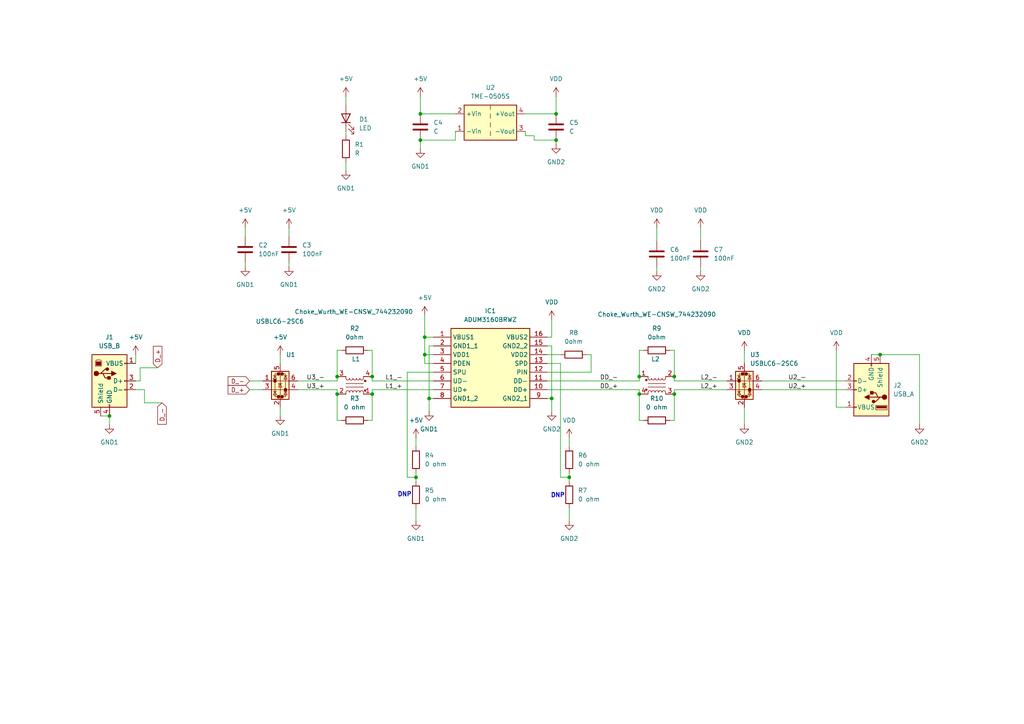
<source format=kicad_sch>
(kicad_sch
	(version 20231120)
	(generator "eeschema")
	(generator_version "8.0")
	(uuid "59873582-8da3-4826-9be5-f33af65a4405")
	(paper "A4")
	(lib_symbols
		(symbol "Connector:USB_A"
			(pin_names
				(offset 1.016)
			)
			(exclude_from_sim no)
			(in_bom yes)
			(on_board yes)
			(property "Reference" "J"
				(at -5.08 11.43 0)
				(effects
					(font
						(size 1.27 1.27)
					)
					(justify left)
				)
			)
			(property "Value" "USB_A"
				(at -5.08 8.89 0)
				(effects
					(font
						(size 1.27 1.27)
					)
					(justify left)
				)
			)
			(property "Footprint" ""
				(at 3.81 -1.27 0)
				(effects
					(font
						(size 1.27 1.27)
					)
					(hide yes)
				)
			)
			(property "Datasheet" "~"
				(at 3.81 -1.27 0)
				(effects
					(font
						(size 1.27 1.27)
					)
					(hide yes)
				)
			)
			(property "Description" "USB Type A connector"
				(at 0 0 0)
				(effects
					(font
						(size 1.27 1.27)
					)
					(hide yes)
				)
			)
			(property "ki_keywords" "connector USB"
				(at 0 0 0)
				(effects
					(font
						(size 1.27 1.27)
					)
					(hide yes)
				)
			)
			(property "ki_fp_filters" "USB*"
				(at 0 0 0)
				(effects
					(font
						(size 1.27 1.27)
					)
					(hide yes)
				)
			)
			(symbol "USB_A_0_1"
				(rectangle
					(start -5.08 -7.62)
					(end 5.08 7.62)
					(stroke
						(width 0.254)
						(type default)
					)
					(fill
						(type background)
					)
				)
				(circle
					(center -3.81 2.159)
					(radius 0.635)
					(stroke
						(width 0.254)
						(type default)
					)
					(fill
						(type outline)
					)
				)
				(rectangle
					(start -1.524 4.826)
					(end -4.318 5.334)
					(stroke
						(width 0)
						(type default)
					)
					(fill
						(type outline)
					)
				)
				(rectangle
					(start -1.27 4.572)
					(end -4.572 5.842)
					(stroke
						(width 0)
						(type default)
					)
					(fill
						(type none)
					)
				)
				(circle
					(center -0.635 3.429)
					(radius 0.381)
					(stroke
						(width 0.254)
						(type default)
					)
					(fill
						(type outline)
					)
				)
				(rectangle
					(start -0.127 -7.62)
					(end 0.127 -6.858)
					(stroke
						(width 0)
						(type default)
					)
					(fill
						(type none)
					)
				)
				(polyline
					(pts
						(xy -3.175 2.159) (xy -2.54 2.159) (xy -1.27 3.429) (xy -0.635 3.429)
					)
					(stroke
						(width 0.254)
						(type default)
					)
					(fill
						(type none)
					)
				)
				(polyline
					(pts
						(xy -2.54 2.159) (xy -1.905 2.159) (xy -1.27 0.889) (xy 0 0.889)
					)
					(stroke
						(width 0.254)
						(type default)
					)
					(fill
						(type none)
					)
				)
				(polyline
					(pts
						(xy 0.635 2.794) (xy 0.635 1.524) (xy 1.905 2.159) (xy 0.635 2.794)
					)
					(stroke
						(width 0.254)
						(type default)
					)
					(fill
						(type outline)
					)
				)
				(rectangle
					(start 0.254 1.27)
					(end -0.508 0.508)
					(stroke
						(width 0.254)
						(type default)
					)
					(fill
						(type outline)
					)
				)
				(rectangle
					(start 5.08 -2.667)
					(end 4.318 -2.413)
					(stroke
						(width 0)
						(type default)
					)
					(fill
						(type none)
					)
				)
				(rectangle
					(start 5.08 -0.127)
					(end 4.318 0.127)
					(stroke
						(width 0)
						(type default)
					)
					(fill
						(type none)
					)
				)
				(rectangle
					(start 5.08 4.953)
					(end 4.318 5.207)
					(stroke
						(width 0)
						(type default)
					)
					(fill
						(type none)
					)
				)
			)
			(symbol "USB_A_1_1"
				(polyline
					(pts
						(xy -1.905 2.159) (xy 0.635 2.159)
					)
					(stroke
						(width 0.254)
						(type default)
					)
					(fill
						(type none)
					)
				)
				(pin power_in line
					(at 7.62 5.08 180)
					(length 2.54)
					(name "VBUS"
						(effects
							(font
								(size 1.27 1.27)
							)
						)
					)
					(number "1"
						(effects
							(font
								(size 1.27 1.27)
							)
						)
					)
				)
				(pin bidirectional line
					(at 7.62 -2.54 180)
					(length 2.54)
					(name "D-"
						(effects
							(font
								(size 1.27 1.27)
							)
						)
					)
					(number "2"
						(effects
							(font
								(size 1.27 1.27)
							)
						)
					)
				)
				(pin bidirectional line
					(at 7.62 0 180)
					(length 2.54)
					(name "D+"
						(effects
							(font
								(size 1.27 1.27)
							)
						)
					)
					(number "3"
						(effects
							(font
								(size 1.27 1.27)
							)
						)
					)
				)
				(pin power_in line
					(at 0 -10.16 90)
					(length 2.54)
					(name "GND"
						(effects
							(font
								(size 1.27 1.27)
							)
						)
					)
					(number "4"
						(effects
							(font
								(size 1.27 1.27)
							)
						)
					)
				)
				(pin passive line
					(at -2.54 -10.16 90)
					(length 2.54)
					(name "Shield"
						(effects
							(font
								(size 1.27 1.27)
							)
						)
					)
					(number "5"
						(effects
							(font
								(size 1.27 1.27)
							)
						)
					)
				)
			)
		)
		(symbol "Connector:USB_B"
			(pin_names
				(offset 1.016)
			)
			(exclude_from_sim no)
			(in_bom yes)
			(on_board yes)
			(property "Reference" "J"
				(at -5.08 11.43 0)
				(effects
					(font
						(size 1.27 1.27)
					)
					(justify left)
				)
			)
			(property "Value" "USB_B"
				(at -5.08 8.89 0)
				(effects
					(font
						(size 1.27 1.27)
					)
					(justify left)
				)
			)
			(property "Footprint" ""
				(at 3.81 -1.27 0)
				(effects
					(font
						(size 1.27 1.27)
					)
					(hide yes)
				)
			)
			(property "Datasheet" "~"
				(at 3.81 -1.27 0)
				(effects
					(font
						(size 1.27 1.27)
					)
					(hide yes)
				)
			)
			(property "Description" "USB Type B connector"
				(at 0 0 0)
				(effects
					(font
						(size 1.27 1.27)
					)
					(hide yes)
				)
			)
			(property "ki_keywords" "connector USB"
				(at 0 0 0)
				(effects
					(font
						(size 1.27 1.27)
					)
					(hide yes)
				)
			)
			(property "ki_fp_filters" "USB*"
				(at 0 0 0)
				(effects
					(font
						(size 1.27 1.27)
					)
					(hide yes)
				)
			)
			(symbol "USB_B_0_1"
				(rectangle
					(start -5.08 -7.62)
					(end 5.08 7.62)
					(stroke
						(width 0.254)
						(type default)
					)
					(fill
						(type background)
					)
				)
				(circle
					(center -3.81 2.159)
					(radius 0.635)
					(stroke
						(width 0.254)
						(type default)
					)
					(fill
						(type outline)
					)
				)
				(rectangle
					(start -3.81 5.588)
					(end -2.54 4.572)
					(stroke
						(width 0)
						(type default)
					)
					(fill
						(type outline)
					)
				)
				(circle
					(center -0.635 3.429)
					(radius 0.381)
					(stroke
						(width 0.254)
						(type default)
					)
					(fill
						(type outline)
					)
				)
				(rectangle
					(start -0.127 -7.62)
					(end 0.127 -6.858)
					(stroke
						(width 0)
						(type default)
					)
					(fill
						(type none)
					)
				)
				(polyline
					(pts
						(xy -1.905 2.159) (xy 0.635 2.159)
					)
					(stroke
						(width 0.254)
						(type default)
					)
					(fill
						(type none)
					)
				)
				(polyline
					(pts
						(xy -3.175 2.159) (xy -2.54 2.159) (xy -1.27 3.429) (xy -0.635 3.429)
					)
					(stroke
						(width 0.254)
						(type default)
					)
					(fill
						(type none)
					)
				)
				(polyline
					(pts
						(xy -2.54 2.159) (xy -1.905 2.159) (xy -1.27 0.889) (xy 0 0.889)
					)
					(stroke
						(width 0.254)
						(type default)
					)
					(fill
						(type none)
					)
				)
				(polyline
					(pts
						(xy 0.635 2.794) (xy 0.635 1.524) (xy 1.905 2.159) (xy 0.635 2.794)
					)
					(stroke
						(width 0.254)
						(type default)
					)
					(fill
						(type outline)
					)
				)
				(polyline
					(pts
						(xy -4.064 4.318) (xy -2.286 4.318) (xy -2.286 5.715) (xy -2.667 6.096) (xy -3.683 6.096) (xy -4.064 5.715)
						(xy -4.064 4.318)
					)
					(stroke
						(width 0)
						(type default)
					)
					(fill
						(type none)
					)
				)
				(rectangle
					(start 0.254 1.27)
					(end -0.508 0.508)
					(stroke
						(width 0.254)
						(type default)
					)
					(fill
						(type outline)
					)
				)
				(rectangle
					(start 5.08 -2.667)
					(end 4.318 -2.413)
					(stroke
						(width 0)
						(type default)
					)
					(fill
						(type none)
					)
				)
				(rectangle
					(start 5.08 -0.127)
					(end 4.318 0.127)
					(stroke
						(width 0)
						(type default)
					)
					(fill
						(type none)
					)
				)
				(rectangle
					(start 5.08 4.953)
					(end 4.318 5.207)
					(stroke
						(width 0)
						(type default)
					)
					(fill
						(type none)
					)
				)
			)
			(symbol "USB_B_1_1"
				(pin power_out line
					(at 7.62 5.08 180)
					(length 2.54)
					(name "VBUS"
						(effects
							(font
								(size 1.27 1.27)
							)
						)
					)
					(number "1"
						(effects
							(font
								(size 1.27 1.27)
							)
						)
					)
				)
				(pin bidirectional line
					(at 7.62 -2.54 180)
					(length 2.54)
					(name "D-"
						(effects
							(font
								(size 1.27 1.27)
							)
						)
					)
					(number "2"
						(effects
							(font
								(size 1.27 1.27)
							)
						)
					)
				)
				(pin bidirectional line
					(at 7.62 0 180)
					(length 2.54)
					(name "D+"
						(effects
							(font
								(size 1.27 1.27)
							)
						)
					)
					(number "3"
						(effects
							(font
								(size 1.27 1.27)
							)
						)
					)
				)
				(pin power_out line
					(at 0 -10.16 90)
					(length 2.54)
					(name "GND"
						(effects
							(font
								(size 1.27 1.27)
							)
						)
					)
					(number "4"
						(effects
							(font
								(size 1.27 1.27)
							)
						)
					)
				)
				(pin passive line
					(at -2.54 -10.16 90)
					(length 2.54)
					(name "Shield"
						(effects
							(font
								(size 1.27 1.27)
							)
						)
					)
					(number "5"
						(effects
							(font
								(size 1.27 1.27)
							)
						)
					)
				)
			)
		)
		(symbol "Converter_DCDC:TME-0505S"
			(exclude_from_sim no)
			(in_bom yes)
			(on_board yes)
			(property "Reference" "U"
				(at -6.35 6.35 0)
				(effects
					(font
						(size 1.27 1.27)
					)
				)
			)
			(property "Value" "TME-0505S"
				(at 2.54 6.35 0)
				(effects
					(font
						(size 1.27 1.27)
					)
				)
			)
			(property "Footprint" "Converter_DCDC:Converter_DCDC_TRACO_TME_03xxS_05xxS_12xxS_Single_THT"
				(at 0 -8.89 0)
				(effects
					(font
						(size 1.27 1.27)
					)
					(hide yes)
				)
			)
			(property "Datasheet" "https://www.tracopower.com/products/tme.pdf"
				(at 0 -6.35 0)
				(effects
					(font
						(size 1.27 1.27)
					)
					(hide yes)
				)
			)
			(property "Description" "1W DC/DC converter unregulated, 4.5-5.5V input, 5V output voltage, 200mA output, 1kVDC isolation, SIP-4"
				(at 0 0 0)
				(effects
					(font
						(size 1.27 1.27)
					)
					(hide yes)
				)
			)
			(property "ki_keywords" "Traco isolated isolation dc-dc converter not-regulated non-regulated single 1W"
				(at 0 0 0)
				(effects
					(font
						(size 1.27 1.27)
					)
					(hide yes)
				)
			)
			(property "ki_fp_filters" "Converter*DCDC*TRACO*TME*03xxS*05xxS*12xxS*Single*"
				(at 0 0 0)
				(effects
					(font
						(size 1.27 1.27)
					)
					(hide yes)
				)
			)
			(symbol "TME-0505S_0_0"
				(pin power_in line
					(at -10.16 -2.54 0)
					(length 2.54)
					(name "-Vin"
						(effects
							(font
								(size 1.27 1.27)
							)
						)
					)
					(number "1"
						(effects
							(font
								(size 1.27 1.27)
							)
						)
					)
				)
				(pin power_in line
					(at -10.16 2.54 0)
					(length 2.54)
					(name "+Vin"
						(effects
							(font
								(size 1.27 1.27)
							)
						)
					)
					(number "2"
						(effects
							(font
								(size 1.27 1.27)
							)
						)
					)
				)
				(pin power_out line
					(at 10.16 -2.54 180)
					(length 2.54)
					(name "-Vout"
						(effects
							(font
								(size 1.27 1.27)
							)
						)
					)
					(number "3"
						(effects
							(font
								(size 1.27 1.27)
							)
						)
					)
				)
				(pin power_out line
					(at 10.16 2.54 180)
					(length 2.54)
					(name "+Vout"
						(effects
							(font
								(size 1.27 1.27)
							)
						)
					)
					(number "4"
						(effects
							(font
								(size 1.27 1.27)
							)
						)
					)
				)
			)
			(symbol "TME-0505S_0_1"
				(rectangle
					(start -7.62 5.08)
					(end 7.62 -5.08)
					(stroke
						(width 0.254)
						(type default)
					)
					(fill
						(type background)
					)
				)
				(polyline
					(pts
						(xy 0 -2.54) (xy 0 -3.81)
					)
					(stroke
						(width 0)
						(type default)
					)
					(fill
						(type none)
					)
				)
				(polyline
					(pts
						(xy 0 0) (xy 0 -1.27)
					)
					(stroke
						(width 0)
						(type default)
					)
					(fill
						(type none)
					)
				)
				(polyline
					(pts
						(xy 0 2.54) (xy 0 1.27)
					)
					(stroke
						(width 0)
						(type default)
					)
					(fill
						(type none)
					)
				)
				(polyline
					(pts
						(xy 0 5.08) (xy 0 3.81)
					)
					(stroke
						(width 0)
						(type default)
					)
					(fill
						(type none)
					)
				)
			)
		)
		(symbol "Device:C"
			(pin_numbers hide)
			(pin_names
				(offset 0.254)
			)
			(exclude_from_sim no)
			(in_bom yes)
			(on_board yes)
			(property "Reference" "C"
				(at 0.635 2.54 0)
				(effects
					(font
						(size 1.27 1.27)
					)
					(justify left)
				)
			)
			(property "Value" "C"
				(at 0.635 -2.54 0)
				(effects
					(font
						(size 1.27 1.27)
					)
					(justify left)
				)
			)
			(property "Footprint" ""
				(at 0.9652 -3.81 0)
				(effects
					(font
						(size 1.27 1.27)
					)
					(hide yes)
				)
			)
			(property "Datasheet" "~"
				(at 0 0 0)
				(effects
					(font
						(size 1.27 1.27)
					)
					(hide yes)
				)
			)
			(property "Description" "Unpolarized capacitor"
				(at 0 0 0)
				(effects
					(font
						(size 1.27 1.27)
					)
					(hide yes)
				)
			)
			(property "ki_keywords" "cap capacitor"
				(at 0 0 0)
				(effects
					(font
						(size 1.27 1.27)
					)
					(hide yes)
				)
			)
			(property "ki_fp_filters" "C_*"
				(at 0 0 0)
				(effects
					(font
						(size 1.27 1.27)
					)
					(hide yes)
				)
			)
			(symbol "C_0_1"
				(polyline
					(pts
						(xy -2.032 -0.762) (xy 2.032 -0.762)
					)
					(stroke
						(width 0.508)
						(type default)
					)
					(fill
						(type none)
					)
				)
				(polyline
					(pts
						(xy -2.032 0.762) (xy 2.032 0.762)
					)
					(stroke
						(width 0.508)
						(type default)
					)
					(fill
						(type none)
					)
				)
			)
			(symbol "C_1_1"
				(pin passive line
					(at 0 3.81 270)
					(length 2.794)
					(name "~"
						(effects
							(font
								(size 1.27 1.27)
							)
						)
					)
					(number "1"
						(effects
							(font
								(size 1.27 1.27)
							)
						)
					)
				)
				(pin passive line
					(at 0 -3.81 90)
					(length 2.794)
					(name "~"
						(effects
							(font
								(size 1.27 1.27)
							)
						)
					)
					(number "2"
						(effects
							(font
								(size 1.27 1.27)
							)
						)
					)
				)
			)
		)
		(symbol "Device:LED"
			(pin_numbers hide)
			(pin_names
				(offset 1.016) hide)
			(exclude_from_sim no)
			(in_bom yes)
			(on_board yes)
			(property "Reference" "D"
				(at 0 2.54 0)
				(effects
					(font
						(size 1.27 1.27)
					)
				)
			)
			(property "Value" "LED"
				(at 0 -2.54 0)
				(effects
					(font
						(size 1.27 1.27)
					)
				)
			)
			(property "Footprint" ""
				(at 0 0 0)
				(effects
					(font
						(size 1.27 1.27)
					)
					(hide yes)
				)
			)
			(property "Datasheet" "~"
				(at 0 0 0)
				(effects
					(font
						(size 1.27 1.27)
					)
					(hide yes)
				)
			)
			(property "Description" "Light emitting diode"
				(at 0 0 0)
				(effects
					(font
						(size 1.27 1.27)
					)
					(hide yes)
				)
			)
			(property "ki_keywords" "LED diode"
				(at 0 0 0)
				(effects
					(font
						(size 1.27 1.27)
					)
					(hide yes)
				)
			)
			(property "ki_fp_filters" "LED* LED_SMD:* LED_THT:*"
				(at 0 0 0)
				(effects
					(font
						(size 1.27 1.27)
					)
					(hide yes)
				)
			)
			(symbol "LED_0_1"
				(polyline
					(pts
						(xy -1.27 -1.27) (xy -1.27 1.27)
					)
					(stroke
						(width 0.254)
						(type default)
					)
					(fill
						(type none)
					)
				)
				(polyline
					(pts
						(xy -1.27 0) (xy 1.27 0)
					)
					(stroke
						(width 0)
						(type default)
					)
					(fill
						(type none)
					)
				)
				(polyline
					(pts
						(xy 1.27 -1.27) (xy 1.27 1.27) (xy -1.27 0) (xy 1.27 -1.27)
					)
					(stroke
						(width 0.254)
						(type default)
					)
					(fill
						(type none)
					)
				)
				(polyline
					(pts
						(xy -3.048 -0.762) (xy -4.572 -2.286) (xy -3.81 -2.286) (xy -4.572 -2.286) (xy -4.572 -1.524)
					)
					(stroke
						(width 0)
						(type default)
					)
					(fill
						(type none)
					)
				)
				(polyline
					(pts
						(xy -1.778 -0.762) (xy -3.302 -2.286) (xy -2.54 -2.286) (xy -3.302 -2.286) (xy -3.302 -1.524)
					)
					(stroke
						(width 0)
						(type default)
					)
					(fill
						(type none)
					)
				)
			)
			(symbol "LED_1_1"
				(pin passive line
					(at -3.81 0 0)
					(length 2.54)
					(name "K"
						(effects
							(font
								(size 1.27 1.27)
							)
						)
					)
					(number "1"
						(effects
							(font
								(size 1.27 1.27)
							)
						)
					)
				)
				(pin passive line
					(at 3.81 0 180)
					(length 2.54)
					(name "A"
						(effects
							(font
								(size 1.27 1.27)
							)
						)
					)
					(number "2"
						(effects
							(font
								(size 1.27 1.27)
							)
						)
					)
				)
			)
		)
		(symbol "Device:R"
			(pin_numbers hide)
			(pin_names
				(offset 0)
			)
			(exclude_from_sim no)
			(in_bom yes)
			(on_board yes)
			(property "Reference" "R"
				(at 2.032 0 90)
				(effects
					(font
						(size 1.27 1.27)
					)
				)
			)
			(property "Value" "R"
				(at 0 0 90)
				(effects
					(font
						(size 1.27 1.27)
					)
				)
			)
			(property "Footprint" ""
				(at -1.778 0 90)
				(effects
					(font
						(size 1.27 1.27)
					)
					(hide yes)
				)
			)
			(property "Datasheet" "~"
				(at 0 0 0)
				(effects
					(font
						(size 1.27 1.27)
					)
					(hide yes)
				)
			)
			(property "Description" "Resistor"
				(at 0 0 0)
				(effects
					(font
						(size 1.27 1.27)
					)
					(hide yes)
				)
			)
			(property "ki_keywords" "R res resistor"
				(at 0 0 0)
				(effects
					(font
						(size 1.27 1.27)
					)
					(hide yes)
				)
			)
			(property "ki_fp_filters" "R_*"
				(at 0 0 0)
				(effects
					(font
						(size 1.27 1.27)
					)
					(hide yes)
				)
			)
			(symbol "R_0_1"
				(rectangle
					(start -1.016 -2.54)
					(end 1.016 2.54)
					(stroke
						(width 0.254)
						(type default)
					)
					(fill
						(type none)
					)
				)
			)
			(symbol "R_1_1"
				(pin passive line
					(at 0 3.81 270)
					(length 1.27)
					(name "~"
						(effects
							(font
								(size 1.27 1.27)
							)
						)
					)
					(number "1"
						(effects
							(font
								(size 1.27 1.27)
							)
						)
					)
				)
				(pin passive line
					(at 0 -3.81 90)
					(length 1.27)
					(name "~"
						(effects
							(font
								(size 1.27 1.27)
							)
						)
					)
					(number "2"
						(effects
							(font
								(size 1.27 1.27)
							)
						)
					)
				)
			)
		)
		(symbol "Filter:Choke_Wurth_WE-CNSW_744232090"
			(exclude_from_sim no)
			(in_bom yes)
			(on_board yes)
			(property "Reference" "L"
				(at 0 5.08 0)
				(effects
					(font
						(size 1.27 1.27)
					)
				)
			)
			(property "Value" "Choke_Wurth_WE-CNSW_744232090"
				(at 0 -5.08 0)
				(effects
					(font
						(size 1.27 1.27)
					)
				)
			)
			(property "Footprint" "Inductor_SMD:L_CommonMode_Wurth_WE-CNSW-1206"
				(at 0 -10.16 0)
				(effects
					(font
						(size 1.27 1.27)
					)
					(hide yes)
				)
			)
			(property "Datasheet" "https://www.we-online.com/components/products/datasheet/744232090.pdf"
				(at 0 -7.62 0)
				(effects
					(font
						(size 1.27 1.27)
					)
					(hide yes)
				)
			)
			(property "Description" "Common mode choke, 370 mA, 125VDC, USB2.0, 111 nH"
				(at 0 0 0)
				(effects
					(font
						(size 1.27 1.27)
					)
					(hide yes)
				)
			)
			(property "ki_keywords" "common mode choke emi usb"
				(at 0 0 0)
				(effects
					(font
						(size 1.27 1.27)
					)
					(hide yes)
				)
			)
			(property "ki_fp_filters" "L*CommonMode*Wurth*WE*CNSW*1206*"
				(at 0 0 0)
				(effects
					(font
						(size 1.27 1.27)
					)
					(hide yes)
				)
			)
			(symbol "Choke_Wurth_WE-CNSW_744232090_1_1"
				(circle
					(center -3.048 -1.27)
					(radius 0.254)
					(stroke
						(width 0)
						(type default)
					)
					(fill
						(type outline)
					)
				)
				(circle
					(center -3.048 1.524)
					(radius 0.254)
					(stroke
						(width 0)
						(type default)
					)
					(fill
						(type outline)
					)
				)
				(arc
					(start -2.54 2.032)
					(mid -2.032 1.5262)
					(end -1.524 2.032)
					(stroke
						(width 0)
						(type default)
					)
					(fill
						(type none)
					)
				)
				(arc
					(start -1.524 -2.032)
					(mid -2.032 -1.5262)
					(end -2.54 -2.032)
					(stroke
						(width 0)
						(type default)
					)
					(fill
						(type none)
					)
				)
				(arc
					(start -1.524 2.032)
					(mid -1.016 1.5262)
					(end -0.508 2.032)
					(stroke
						(width 0)
						(type default)
					)
					(fill
						(type none)
					)
				)
				(arc
					(start -0.508 -2.032)
					(mid -1.016 -1.5262)
					(end -1.524 -2.032)
					(stroke
						(width 0)
						(type default)
					)
					(fill
						(type none)
					)
				)
				(arc
					(start -0.508 2.032)
					(mid 0 1.5262)
					(end 0.508 2.032)
					(stroke
						(width 0)
						(type default)
					)
					(fill
						(type none)
					)
				)
				(polyline
					(pts
						(xy -2.54 -2.032) (xy -2.54 -2.54)
					)
					(stroke
						(width 0)
						(type default)
					)
					(fill
						(type none)
					)
				)
				(polyline
					(pts
						(xy -2.54 0.508) (xy 2.54 0.508)
					)
					(stroke
						(width 0)
						(type default)
					)
					(fill
						(type none)
					)
				)
				(polyline
					(pts
						(xy -2.54 2.032) (xy -2.54 2.54)
					)
					(stroke
						(width 0)
						(type default)
					)
					(fill
						(type none)
					)
				)
				(polyline
					(pts
						(xy 2.54 -2.032) (xy 2.54 -2.54)
					)
					(stroke
						(width 0)
						(type default)
					)
					(fill
						(type none)
					)
				)
				(polyline
					(pts
						(xy 2.54 -0.508) (xy -2.54 -0.508)
					)
					(stroke
						(width 0)
						(type default)
					)
					(fill
						(type none)
					)
				)
				(polyline
					(pts
						(xy 2.54 2.54) (xy 2.54 2.032)
					)
					(stroke
						(width 0)
						(type default)
					)
					(fill
						(type none)
					)
				)
				(arc
					(start 0.508 -2.032)
					(mid 0 -1.5262)
					(end -0.508 -2.032)
					(stroke
						(width 0)
						(type default)
					)
					(fill
						(type none)
					)
				)
				(arc
					(start 0.508 2.032)
					(mid 1.016 1.5262)
					(end 1.524 2.032)
					(stroke
						(width 0)
						(type default)
					)
					(fill
						(type none)
					)
				)
				(arc
					(start 1.524 -2.032)
					(mid 1.016 -1.5262)
					(end 0.508 -2.032)
					(stroke
						(width 0)
						(type default)
					)
					(fill
						(type none)
					)
				)
				(arc
					(start 1.524 2.032)
					(mid 2.032 1.5262)
					(end 2.54 2.032)
					(stroke
						(width 0)
						(type default)
					)
					(fill
						(type none)
					)
				)
				(arc
					(start 2.54 -2.032)
					(mid 2.032 -1.5262)
					(end 1.524 -2.032)
					(stroke
						(width 0)
						(type default)
					)
					(fill
						(type none)
					)
				)
				(pin passive line
					(at -5.08 2.54 0)
					(length 2.54)
					(name ""
						(effects
							(font
								(size 1.27 1.27)
							)
						)
					)
					(number "1"
						(effects
							(font
								(size 1.27 1.27)
							)
						)
					)
				)
				(pin passive line
					(at 5.08 2.54 180)
					(length 2.54)
					(name ""
						(effects
							(font
								(size 1.27 1.27)
							)
						)
					)
					(number "2"
						(effects
							(font
								(size 1.27 1.27)
							)
						)
					)
				)
				(pin passive line
					(at 5.08 -2.54 180)
					(length 2.54)
					(name ""
						(effects
							(font
								(size 1.27 1.27)
							)
						)
					)
					(number "3"
						(effects
							(font
								(size 1.27 1.27)
							)
						)
					)
				)
				(pin passive line
					(at -5.08 -2.54 0)
					(length 2.54)
					(name ""
						(effects
							(font
								(size 1.27 1.27)
							)
						)
					)
					(number "4"
						(effects
							(font
								(size 1.27 1.27)
							)
						)
					)
				)
			)
		)
		(symbol "Power_Protection:USBLC6-2SC6"
			(pin_names hide)
			(exclude_from_sim no)
			(in_bom yes)
			(on_board yes)
			(property "Reference" "U"
				(at 0.635 5.715 0)
				(effects
					(font
						(size 1.27 1.27)
					)
					(justify left)
				)
			)
			(property "Value" "USBLC6-2SC6"
				(at 0.635 3.81 0)
				(effects
					(font
						(size 1.27 1.27)
					)
					(justify left)
				)
			)
			(property "Footprint" "Package_TO_SOT_SMD:SOT-23-6"
				(at 1.27 -6.35 0)
				(effects
					(font
						(size 1.27 1.27)
						(italic yes)
					)
					(justify left)
					(hide yes)
				)
			)
			(property "Datasheet" "https://www.st.com/resource/en/datasheet/usblc6-2.pdf"
				(at 1.27 -8.255 0)
				(effects
					(font
						(size 1.27 1.27)
					)
					(justify left)
					(hide yes)
				)
			)
			(property "Description" "Very low capacitance ESD protection diode, 2 data-line, SOT-23-6"
				(at 0 0 0)
				(effects
					(font
						(size 1.27 1.27)
					)
					(hide yes)
				)
			)
			(property "ki_keywords" "usb ethernet video"
				(at 0 0 0)
				(effects
					(font
						(size 1.27 1.27)
					)
					(hide yes)
				)
			)
			(property "ki_fp_filters" "SOT?23*"
				(at 0 0 0)
				(effects
					(font
						(size 1.27 1.27)
					)
					(hide yes)
				)
			)
			(symbol "USBLC6-2SC6_0_0"
				(circle
					(center -1.524 0)
					(radius 0.0001)
					(stroke
						(width 0.508)
						(type default)
					)
					(fill
						(type none)
					)
				)
				(circle
					(center -0.508 -4.572)
					(radius 0.0001)
					(stroke
						(width 0.508)
						(type default)
					)
					(fill
						(type none)
					)
				)
				(circle
					(center -0.508 2.032)
					(radius 0.0001)
					(stroke
						(width 0.508)
						(type default)
					)
					(fill
						(type none)
					)
				)
				(circle
					(center 0.508 -4.572)
					(radius 0.0001)
					(stroke
						(width 0.508)
						(type default)
					)
					(fill
						(type none)
					)
				)
				(circle
					(center 0.508 2.032)
					(radius 0.0001)
					(stroke
						(width 0.508)
						(type default)
					)
					(fill
						(type none)
					)
				)
				(circle
					(center 1.524 -2.54)
					(radius 0.0001)
					(stroke
						(width 0.508)
						(type default)
					)
					(fill
						(type none)
					)
				)
			)
			(symbol "USBLC6-2SC6_0_1"
				(polyline
					(pts
						(xy -2.54 -2.54) (xy 2.54 -2.54)
					)
					(stroke
						(width 0)
						(type default)
					)
					(fill
						(type none)
					)
				)
				(polyline
					(pts
						(xy -2.54 0) (xy 2.54 0)
					)
					(stroke
						(width 0)
						(type default)
					)
					(fill
						(type none)
					)
				)
				(polyline
					(pts
						(xy -2.032 -3.048) (xy -1.016 -3.048)
					)
					(stroke
						(width 0)
						(type default)
					)
					(fill
						(type none)
					)
				)
				(polyline
					(pts
						(xy -1.016 1.524) (xy -2.032 1.524)
					)
					(stroke
						(width 0)
						(type default)
					)
					(fill
						(type none)
					)
				)
				(polyline
					(pts
						(xy 1.016 -3.048) (xy 2.032 -3.048)
					)
					(stroke
						(width 0)
						(type default)
					)
					(fill
						(type none)
					)
				)
				(polyline
					(pts
						(xy 1.016 1.524) (xy 2.032 1.524)
					)
					(stroke
						(width 0)
						(type default)
					)
					(fill
						(type none)
					)
				)
				(polyline
					(pts
						(xy -0.508 -1.143) (xy -0.508 -0.762) (xy 0.508 -0.762)
					)
					(stroke
						(width 0)
						(type default)
					)
					(fill
						(type none)
					)
				)
				(polyline
					(pts
						(xy -2.032 0.508) (xy -1.016 0.508) (xy -1.524 1.524) (xy -2.032 0.508)
					)
					(stroke
						(width 0)
						(type default)
					)
					(fill
						(type none)
					)
				)
				(polyline
					(pts
						(xy -1.016 -4.064) (xy -2.032 -4.064) (xy -1.524 -3.048) (xy -1.016 -4.064)
					)
					(stroke
						(width 0)
						(type default)
					)
					(fill
						(type none)
					)
				)
				(polyline
					(pts
						(xy 0.508 -1.778) (xy -0.508 -1.778) (xy 0 -0.762) (xy 0.508 -1.778)
					)
					(stroke
						(width 0)
						(type default)
					)
					(fill
						(type none)
					)
				)
				(polyline
					(pts
						(xy 2.032 -4.064) (xy 1.016 -4.064) (xy 1.524 -3.048) (xy 2.032 -4.064)
					)
					(stroke
						(width 0)
						(type default)
					)
					(fill
						(type none)
					)
				)
				(polyline
					(pts
						(xy 2.032 0.508) (xy 1.016 0.508) (xy 1.524 1.524) (xy 2.032 0.508)
					)
					(stroke
						(width 0)
						(type default)
					)
					(fill
						(type none)
					)
				)
				(polyline
					(pts
						(xy 0 2.54) (xy -0.508 2.032) (xy 0.508 2.032) (xy 0 1.524) (xy 0 -4.064) (xy -0.508 -4.572) (xy 0.508 -4.572)
						(xy 0 -5.08)
					)
					(stroke
						(width 0)
						(type default)
					)
					(fill
						(type none)
					)
				)
			)
			(symbol "USBLC6-2SC6_1_1"
				(rectangle
					(start -2.54 2.794)
					(end 2.54 -5.334)
					(stroke
						(width 0.254)
						(type default)
					)
					(fill
						(type background)
					)
				)
				(polyline
					(pts
						(xy -0.508 2.032) (xy -1.524 2.032) (xy -1.524 -4.572) (xy -0.508 -4.572)
					)
					(stroke
						(width 0)
						(type default)
					)
					(fill
						(type none)
					)
				)
				(polyline
					(pts
						(xy 0.508 -4.572) (xy 1.524 -4.572) (xy 1.524 2.032) (xy 0.508 2.032)
					)
					(stroke
						(width 0)
						(type default)
					)
					(fill
						(type none)
					)
				)
				(pin passive line
					(at -5.08 0 0)
					(length 2.54)
					(name "I/O1"
						(effects
							(font
								(size 1.27 1.27)
							)
						)
					)
					(number "1"
						(effects
							(font
								(size 1.27 1.27)
							)
						)
					)
				)
				(pin passive line
					(at 0 -7.62 90)
					(length 2.54)
					(name "GND"
						(effects
							(font
								(size 1.27 1.27)
							)
						)
					)
					(number "2"
						(effects
							(font
								(size 1.27 1.27)
							)
						)
					)
				)
				(pin passive line
					(at -5.08 -2.54 0)
					(length 2.54)
					(name "I/O2"
						(effects
							(font
								(size 1.27 1.27)
							)
						)
					)
					(number "3"
						(effects
							(font
								(size 1.27 1.27)
							)
						)
					)
				)
				(pin passive line
					(at 5.08 -2.54 180)
					(length 2.54)
					(name "I/O2"
						(effects
							(font
								(size 1.27 1.27)
							)
						)
					)
					(number "4"
						(effects
							(font
								(size 1.27 1.27)
							)
						)
					)
				)
				(pin passive line
					(at 0 5.08 270)
					(length 2.54)
					(name "VBUS"
						(effects
							(font
								(size 1.27 1.27)
							)
						)
					)
					(number "5"
						(effects
							(font
								(size 1.27 1.27)
							)
						)
					)
				)
				(pin passive line
					(at 5.08 0 180)
					(length 2.54)
					(name "I/O1"
						(effects
							(font
								(size 1.27 1.27)
							)
						)
					)
					(number "6"
						(effects
							(font
								(size 1.27 1.27)
							)
						)
					)
				)
			)
		)
		(symbol "SamacSys_Parts:ADUM3160BRWZ"
			(exclude_from_sim no)
			(in_bom yes)
			(on_board yes)
			(property "Reference" "IC"
				(at 29.21 7.62 0)
				(effects
					(font
						(size 1.27 1.27)
					)
					(justify left top)
				)
			)
			(property "Value" "ADUM3160BRWZ"
				(at 29.21 5.08 0)
				(effects
					(font
						(size 1.27 1.27)
					)
					(justify left top)
				)
			)
			(property "Footprint" "SOIC127P1032X265-16N"
				(at 29.21 -94.92 0)
				(effects
					(font
						(size 1.27 1.27)
					)
					(justify left top)
					(hide yes)
				)
			)
			(property "Datasheet" "http://www.analog.com/media/en/technical-documentation/data-sheets/ADuM3160.pdf"
				(at 29.21 -194.92 0)
				(effects
					(font
						(size 1.27 1.27)
					)
					(justify left top)
					(hide yes)
				)
			)
			(property "Description" "Analog Devices ADUM3160BRWZ PCB SMT Digital Isolator, 2500 V, 16-Pin SO16"
				(at 0 0 0)
				(effects
					(font
						(size 1.27 1.27)
					)
					(hide yes)
				)
			)
			(property "Height" "2.65"
				(at 29.21 -394.92 0)
				(effects
					(font
						(size 1.27 1.27)
					)
					(justify left top)
					(hide yes)
				)
			)
			(property "Manufacturer_Name" "Analog Devices"
				(at 29.21 -494.92 0)
				(effects
					(font
						(size 1.27 1.27)
					)
					(justify left top)
					(hide yes)
				)
			)
			(property "Manufacturer_Part_Number" "ADUM3160BRWZ"
				(at 29.21 -594.92 0)
				(effects
					(font
						(size 1.27 1.27)
					)
					(justify left top)
					(hide yes)
				)
			)
			(property "Mouser Part Number" "584-ADUM3160BRWZ"
				(at 29.21 -694.92 0)
				(effects
					(font
						(size 1.27 1.27)
					)
					(justify left top)
					(hide yes)
				)
			)
			(property "Mouser Price/Stock" "https://www.mouser.co.uk/ProductDetail/Analog-Devices/ADUM3160BRWZ?qs=WIvQP4zGanjmPiCfFUKkZQ%3D%3D"
				(at 29.21 -794.92 0)
				(effects
					(font
						(size 1.27 1.27)
					)
					(justify left top)
					(hide yes)
				)
			)
			(property "Arrow Part Number" "ADUM3160BRWZ"
				(at 29.21 -894.92 0)
				(effects
					(font
						(size 1.27 1.27)
					)
					(justify left top)
					(hide yes)
				)
			)
			(property "Arrow Price/Stock" "https://www.arrow.com/en/products/adum3160brwz/analog-devices?utm_currency=USD&region=nac"
				(at 29.21 -994.92 0)
				(effects
					(font
						(size 1.27 1.27)
					)
					(justify left top)
					(hide yes)
				)
			)
			(symbol "ADUM3160BRWZ_1_1"
				(rectangle
					(start 5.08 2.54)
					(end 27.94 -20.32)
					(stroke
						(width 0.254)
						(type default)
					)
					(fill
						(type background)
					)
				)
				(pin passive line
					(at 0 0 0)
					(length 5.08)
					(name "VBUS1"
						(effects
							(font
								(size 1.27 1.27)
							)
						)
					)
					(number "1"
						(effects
							(font
								(size 1.27 1.27)
							)
						)
					)
				)
				(pin passive line
					(at 33.02 -15.24 180)
					(length 5.08)
					(name "DD+"
						(effects
							(font
								(size 1.27 1.27)
							)
						)
					)
					(number "10"
						(effects
							(font
								(size 1.27 1.27)
							)
						)
					)
				)
				(pin passive line
					(at 33.02 -12.7 180)
					(length 5.08)
					(name "DD-"
						(effects
							(font
								(size 1.27 1.27)
							)
						)
					)
					(number "11"
						(effects
							(font
								(size 1.27 1.27)
							)
						)
					)
				)
				(pin passive line
					(at 33.02 -10.16 180)
					(length 5.08)
					(name "PIN"
						(effects
							(font
								(size 1.27 1.27)
							)
						)
					)
					(number "12"
						(effects
							(font
								(size 1.27 1.27)
							)
						)
					)
				)
				(pin passive line
					(at 33.02 -7.62 180)
					(length 5.08)
					(name "SPD"
						(effects
							(font
								(size 1.27 1.27)
							)
						)
					)
					(number "13"
						(effects
							(font
								(size 1.27 1.27)
							)
						)
					)
				)
				(pin passive line
					(at 33.02 -5.08 180)
					(length 5.08)
					(name "VDD2"
						(effects
							(font
								(size 1.27 1.27)
							)
						)
					)
					(number "14"
						(effects
							(font
								(size 1.27 1.27)
							)
						)
					)
				)
				(pin passive line
					(at 33.02 -2.54 180)
					(length 5.08)
					(name "GND2_2"
						(effects
							(font
								(size 1.27 1.27)
							)
						)
					)
					(number "15"
						(effects
							(font
								(size 1.27 1.27)
							)
						)
					)
				)
				(pin passive line
					(at 33.02 0 180)
					(length 5.08)
					(name "VBUS2"
						(effects
							(font
								(size 1.27 1.27)
							)
						)
					)
					(number "16"
						(effects
							(font
								(size 1.27 1.27)
							)
						)
					)
				)
				(pin passive line
					(at 0 -2.54 0)
					(length 5.08)
					(name "GND1_1"
						(effects
							(font
								(size 1.27 1.27)
							)
						)
					)
					(number "2"
						(effects
							(font
								(size 1.27 1.27)
							)
						)
					)
				)
				(pin passive line
					(at 0 -5.08 0)
					(length 5.08)
					(name "VDD1"
						(effects
							(font
								(size 1.27 1.27)
							)
						)
					)
					(number "3"
						(effects
							(font
								(size 1.27 1.27)
							)
						)
					)
				)
				(pin passive line
					(at 0 -7.62 0)
					(length 5.08)
					(name "PDEN"
						(effects
							(font
								(size 1.27 1.27)
							)
						)
					)
					(number "4"
						(effects
							(font
								(size 1.27 1.27)
							)
						)
					)
				)
				(pin passive line
					(at 0 -10.16 0)
					(length 5.08)
					(name "SPU"
						(effects
							(font
								(size 1.27 1.27)
							)
						)
					)
					(number "5"
						(effects
							(font
								(size 1.27 1.27)
							)
						)
					)
				)
				(pin passive line
					(at 0 -12.7 0)
					(length 5.08)
					(name "UD-"
						(effects
							(font
								(size 1.27 1.27)
							)
						)
					)
					(number "6"
						(effects
							(font
								(size 1.27 1.27)
							)
						)
					)
				)
				(pin passive line
					(at 0 -15.24 0)
					(length 5.08)
					(name "UD+"
						(effects
							(font
								(size 1.27 1.27)
							)
						)
					)
					(number "7"
						(effects
							(font
								(size 1.27 1.27)
							)
						)
					)
				)
				(pin passive line
					(at 0 -17.78 0)
					(length 5.08)
					(name "GND1_2"
						(effects
							(font
								(size 1.27 1.27)
							)
						)
					)
					(number "8"
						(effects
							(font
								(size 1.27 1.27)
							)
						)
					)
				)
				(pin passive line
					(at 33.02 -17.78 180)
					(length 5.08)
					(name "GND2_1"
						(effects
							(font
								(size 1.27 1.27)
							)
						)
					)
					(number "9"
						(effects
							(font
								(size 1.27 1.27)
							)
						)
					)
				)
			)
		)
		(symbol "power:+5V"
			(power)
			(pin_numbers hide)
			(pin_names
				(offset 0) hide)
			(exclude_from_sim no)
			(in_bom yes)
			(on_board yes)
			(property "Reference" "#PWR"
				(at 0 -3.81 0)
				(effects
					(font
						(size 1.27 1.27)
					)
					(hide yes)
				)
			)
			(property "Value" "+5V"
				(at 0 3.556 0)
				(effects
					(font
						(size 1.27 1.27)
					)
				)
			)
			(property "Footprint" ""
				(at 0 0 0)
				(effects
					(font
						(size 1.27 1.27)
					)
					(hide yes)
				)
			)
			(property "Datasheet" ""
				(at 0 0 0)
				(effects
					(font
						(size 1.27 1.27)
					)
					(hide yes)
				)
			)
			(property "Description" "Power symbol creates a global label with name \"+5V\""
				(at 0 0 0)
				(effects
					(font
						(size 1.27 1.27)
					)
					(hide yes)
				)
			)
			(property "ki_keywords" "global power"
				(at 0 0 0)
				(effects
					(font
						(size 1.27 1.27)
					)
					(hide yes)
				)
			)
			(symbol "+5V_0_1"
				(polyline
					(pts
						(xy -0.762 1.27) (xy 0 2.54)
					)
					(stroke
						(width 0)
						(type default)
					)
					(fill
						(type none)
					)
				)
				(polyline
					(pts
						(xy 0 0) (xy 0 2.54)
					)
					(stroke
						(width 0)
						(type default)
					)
					(fill
						(type none)
					)
				)
				(polyline
					(pts
						(xy 0 2.54) (xy 0.762 1.27)
					)
					(stroke
						(width 0)
						(type default)
					)
					(fill
						(type none)
					)
				)
			)
			(symbol "+5V_1_1"
				(pin power_in line
					(at 0 0 90)
					(length 0)
					(name "~"
						(effects
							(font
								(size 1.27 1.27)
							)
						)
					)
					(number "1"
						(effects
							(font
								(size 1.27 1.27)
							)
						)
					)
				)
			)
		)
		(symbol "power:GND1"
			(power)
			(pin_numbers hide)
			(pin_names
				(offset 0) hide)
			(exclude_from_sim no)
			(in_bom yes)
			(on_board yes)
			(property "Reference" "#PWR"
				(at 0 -6.35 0)
				(effects
					(font
						(size 1.27 1.27)
					)
					(hide yes)
				)
			)
			(property "Value" "GND1"
				(at 0 -3.81 0)
				(effects
					(font
						(size 1.27 1.27)
					)
				)
			)
			(property "Footprint" ""
				(at 0 0 0)
				(effects
					(font
						(size 1.27 1.27)
					)
					(hide yes)
				)
			)
			(property "Datasheet" ""
				(at 0 0 0)
				(effects
					(font
						(size 1.27 1.27)
					)
					(hide yes)
				)
			)
			(property "Description" "Power symbol creates a global label with name \"GND1\" , ground"
				(at 0 0 0)
				(effects
					(font
						(size 1.27 1.27)
					)
					(hide yes)
				)
			)
			(property "ki_keywords" "global power"
				(at 0 0 0)
				(effects
					(font
						(size 1.27 1.27)
					)
					(hide yes)
				)
			)
			(symbol "GND1_0_1"
				(polyline
					(pts
						(xy 0 0) (xy 0 -1.27) (xy 1.27 -1.27) (xy 0 -2.54) (xy -1.27 -1.27) (xy 0 -1.27)
					)
					(stroke
						(width 0)
						(type default)
					)
					(fill
						(type none)
					)
				)
			)
			(symbol "GND1_1_1"
				(pin power_in line
					(at 0 0 270)
					(length 0)
					(name "~"
						(effects
							(font
								(size 1.27 1.27)
							)
						)
					)
					(number "1"
						(effects
							(font
								(size 1.27 1.27)
							)
						)
					)
				)
			)
		)
		(symbol "power:GND2"
			(power)
			(pin_numbers hide)
			(pin_names
				(offset 0) hide)
			(exclude_from_sim no)
			(in_bom yes)
			(on_board yes)
			(property "Reference" "#PWR"
				(at 0 -6.35 0)
				(effects
					(font
						(size 1.27 1.27)
					)
					(hide yes)
				)
			)
			(property "Value" "GND2"
				(at 0 -3.81 0)
				(effects
					(font
						(size 1.27 1.27)
					)
				)
			)
			(property "Footprint" ""
				(at 0 0 0)
				(effects
					(font
						(size 1.27 1.27)
					)
					(hide yes)
				)
			)
			(property "Datasheet" ""
				(at 0 0 0)
				(effects
					(font
						(size 1.27 1.27)
					)
					(hide yes)
				)
			)
			(property "Description" "Power symbol creates a global label with name \"GND2\" , ground"
				(at 0 0 0)
				(effects
					(font
						(size 1.27 1.27)
					)
					(hide yes)
				)
			)
			(property "ki_keywords" "global power"
				(at 0 0 0)
				(effects
					(font
						(size 1.27 1.27)
					)
					(hide yes)
				)
			)
			(symbol "GND2_0_1"
				(polyline
					(pts
						(xy 0 0) (xy 0 -1.27) (xy 1.27 -1.27) (xy 0 -2.54) (xy -1.27 -1.27) (xy 0 -1.27)
					)
					(stroke
						(width 0)
						(type default)
					)
					(fill
						(type none)
					)
				)
			)
			(symbol "GND2_1_1"
				(pin power_in line
					(at 0 0 270)
					(length 0)
					(name "~"
						(effects
							(font
								(size 1.27 1.27)
							)
						)
					)
					(number "1"
						(effects
							(font
								(size 1.27 1.27)
							)
						)
					)
				)
			)
		)
		(symbol "power:VDD"
			(power)
			(pin_numbers hide)
			(pin_names
				(offset 0) hide)
			(exclude_from_sim no)
			(in_bom yes)
			(on_board yes)
			(property "Reference" "#PWR"
				(at 0 -3.81 0)
				(effects
					(font
						(size 1.27 1.27)
					)
					(hide yes)
				)
			)
			(property "Value" "VDD"
				(at 0 3.556 0)
				(effects
					(font
						(size 1.27 1.27)
					)
				)
			)
			(property "Footprint" ""
				(at 0 0 0)
				(effects
					(font
						(size 1.27 1.27)
					)
					(hide yes)
				)
			)
			(property "Datasheet" ""
				(at 0 0 0)
				(effects
					(font
						(size 1.27 1.27)
					)
					(hide yes)
				)
			)
			(property "Description" "Power symbol creates a global label with name \"VDD\""
				(at 0 0 0)
				(effects
					(font
						(size 1.27 1.27)
					)
					(hide yes)
				)
			)
			(property "ki_keywords" "global power"
				(at 0 0 0)
				(effects
					(font
						(size 1.27 1.27)
					)
					(hide yes)
				)
			)
			(symbol "VDD_0_1"
				(polyline
					(pts
						(xy -0.762 1.27) (xy 0 2.54)
					)
					(stroke
						(width 0)
						(type default)
					)
					(fill
						(type none)
					)
				)
				(polyline
					(pts
						(xy 0 0) (xy 0 2.54)
					)
					(stroke
						(width 0)
						(type default)
					)
					(fill
						(type none)
					)
				)
				(polyline
					(pts
						(xy 0 2.54) (xy 0.762 1.27)
					)
					(stroke
						(width 0)
						(type default)
					)
					(fill
						(type none)
					)
				)
			)
			(symbol "VDD_1_1"
				(pin power_in line
					(at 0 0 90)
					(length 0)
					(name "~"
						(effects
							(font
								(size 1.27 1.27)
							)
						)
					)
					(number "1"
						(effects
							(font
								(size 1.27 1.27)
							)
						)
					)
				)
			)
		)
	)
	(junction
		(at 160.02 115.57)
		(diameter 0)
		(color 0 0 0 0)
		(uuid "1b2f45d6-17bd-42dc-9260-389c01ed1989")
	)
	(junction
		(at 97.79 114.3)
		(diameter 0)
		(color 0 0 0 0)
		(uuid "2a092eda-8f66-47da-a6da-15b312a205e1")
	)
	(junction
		(at 120.65 138.43)
		(diameter 0)
		(color 0 0 0 0)
		(uuid "3d5de3fd-dc8b-435d-94c0-683355d8a02d")
	)
	(junction
		(at 123.19 97.79)
		(diameter 0)
		(color 0 0 0 0)
		(uuid "62ae245a-3825-453c-8f78-73edd2a0591f")
	)
	(junction
		(at 185.42 114.3)
		(diameter 0)
		(color 0 0 0 0)
		(uuid "65dfbf3f-8371-41a7-83cc-bd8a41561818")
	)
	(junction
		(at 123.19 102.87)
		(diameter 0)
		(color 0 0 0 0)
		(uuid "6abc0896-2fd9-41e9-89d1-b954b273ca2d")
	)
	(junction
		(at 31.75 120.65)
		(diameter 0)
		(color 0 0 0 0)
		(uuid "70f16ed1-cc2a-443e-8008-62dd03ccbd8b")
	)
	(junction
		(at 161.29 33.02)
		(diameter 0)
		(color 0 0 0 0)
		(uuid "774a1d7a-6a53-4d1e-ba55-fee06314c93b")
	)
	(junction
		(at 121.92 40.64)
		(diameter 0)
		(color 0 0 0 0)
		(uuid "9d084d8e-7b01-4c2f-bff6-5dd98e1dc327")
	)
	(junction
		(at 185.42 109.22)
		(diameter 0)
		(color 0 0 0 0)
		(uuid "b75ee68a-5e18-41a5-93ec-838e9a962ccb")
	)
	(junction
		(at 195.58 114.3)
		(diameter 0)
		(color 0 0 0 0)
		(uuid "cad7ae9c-92b2-4b1f-8c3d-b394a9c6ec2a")
	)
	(junction
		(at 165.1 138.43)
		(diameter 0)
		(color 0 0 0 0)
		(uuid "cbdbe8bc-6a60-4e05-8370-9ee9f0d3050d")
	)
	(junction
		(at 195.58 109.22)
		(diameter 0)
		(color 0 0 0 0)
		(uuid "d23fc97d-45b7-4a1c-a00c-90449b1865cc")
	)
	(junction
		(at 124.46 115.57)
		(diameter 0)
		(color 0 0 0 0)
		(uuid "d2da36df-1f47-4632-89b5-789e9f302d48")
	)
	(junction
		(at 97.79 109.22)
		(diameter 0)
		(color 0 0 0 0)
		(uuid "e6b298b6-b038-48b4-b928-8f0ea78fac3b")
	)
	(junction
		(at 161.29 40.64)
		(diameter 0)
		(color 0 0 0 0)
		(uuid "e72cfd45-0f08-4e2e-af99-b3f5acfce419")
	)
	(junction
		(at 107.95 109.22)
		(diameter 0)
		(color 0 0 0 0)
		(uuid "f598d78a-90a0-4721-a213-87762752a126")
	)
	(junction
		(at 107.95 114.3)
		(diameter 0)
		(color 0 0 0 0)
		(uuid "f6bb449a-16b4-497b-922d-3f41d6c47a70")
	)
	(junction
		(at 255.27 102.87)
		(diameter 0)
		(color 0 0 0 0)
		(uuid "f85eb439-116a-4720-b263-331570335d74")
	)
	(junction
		(at 121.92 33.02)
		(diameter 0)
		(color 0 0 0 0)
		(uuid "fa6d31e2-2c4a-4b9b-a10a-a66fe4ede27e")
	)
	(wire
		(pts
			(xy 185.42 110.49) (xy 185.42 109.22)
		)
		(stroke
			(width 0)
			(type default)
		)
		(uuid "015daa11-8d1c-47d0-a356-467d7832fa7b")
	)
	(wire
		(pts
			(xy 107.95 113.03) (xy 125.73 113.03)
		)
		(stroke
			(width 0)
			(type default)
		)
		(uuid "01a476fa-fdd3-4535-a5aa-932e852bf00f")
	)
	(wire
		(pts
			(xy 106.68 101.6) (xy 107.95 101.6)
		)
		(stroke
			(width 0)
			(type default)
		)
		(uuid "01cdb330-7728-47ac-9964-f5b0dc1f34e0")
	)
	(wire
		(pts
			(xy 190.5 66.04) (xy 190.5 69.85)
		)
		(stroke
			(width 0)
			(type default)
		)
		(uuid "0253c1fb-1788-48d7-b22d-f47df9526447")
	)
	(wire
		(pts
			(xy 97.79 113.03) (xy 97.79 114.3)
		)
		(stroke
			(width 0)
			(type default)
		)
		(uuid "05d12ed9-09f8-4078-b379-3e1348dbbce5")
	)
	(wire
		(pts
			(xy 165.1 127) (xy 165.1 129.54)
		)
		(stroke
			(width 0)
			(type default)
		)
		(uuid "071b3dea-cffb-4ec2-b2e8-b3d64dd403fb")
	)
	(wire
		(pts
			(xy 121.92 33.02) (xy 132.08 33.02)
		)
		(stroke
			(width 0)
			(type default)
		)
		(uuid "09253c86-b474-4253-bee9-4291433fdf95")
	)
	(wire
		(pts
			(xy 29.21 120.65) (xy 31.75 120.65)
		)
		(stroke
			(width 0)
			(type default)
		)
		(uuid "0cd55df4-7125-4bd1-8a2a-95b789fd16ca")
	)
	(wire
		(pts
			(xy 195.58 101.6) (xy 195.58 109.22)
		)
		(stroke
			(width 0)
			(type default)
		)
		(uuid "10cb53d5-93e6-4074-a1e3-cb64fa0db1ec")
	)
	(wire
		(pts
			(xy 245.11 118.11) (xy 242.57 118.11)
		)
		(stroke
			(width 0)
			(type default)
		)
		(uuid "10ddc38d-863a-4fdf-9dea-d6b850f150ae")
	)
	(wire
		(pts
			(xy 39.37 102.87) (xy 39.37 105.41)
		)
		(stroke
			(width 0)
			(type default)
		)
		(uuid "119db7be-3b80-42b2-893a-0bd71398937a")
	)
	(wire
		(pts
			(xy 162.56 138.43) (xy 165.1 138.43)
		)
		(stroke
			(width 0)
			(type default)
		)
		(uuid "137b8f53-552d-475a-a3b2-befff2f41d6d")
	)
	(wire
		(pts
			(xy 124.46 115.57) (xy 125.73 115.57)
		)
		(stroke
			(width 0)
			(type default)
		)
		(uuid "15f53aa2-9fdc-41f7-85d7-f3c3ae90d574")
	)
	(wire
		(pts
			(xy 83.82 76.2) (xy 83.82 77.47)
		)
		(stroke
			(width 0)
			(type default)
		)
		(uuid "16b28304-3552-4afe-8cf3-33ed5b3b5850")
	)
	(wire
		(pts
			(xy 165.1 137.16) (xy 165.1 138.43)
		)
		(stroke
			(width 0)
			(type default)
		)
		(uuid "17a5498c-d90c-4183-a453-e8df1a312b3d")
	)
	(wire
		(pts
			(xy 160.02 100.33) (xy 160.02 115.57)
		)
		(stroke
			(width 0)
			(type default)
		)
		(uuid "17f57a8e-c7aa-44cd-b6ca-c1f90aae6417")
	)
	(wire
		(pts
			(xy 99.06 121.92) (xy 97.79 121.92)
		)
		(stroke
			(width 0)
			(type default)
		)
		(uuid "1fa5b0b9-8c2b-4efa-b36d-8511b24d2fad")
	)
	(wire
		(pts
			(xy 158.75 113.03) (xy 185.42 113.03)
		)
		(stroke
			(width 0)
			(type default)
		)
		(uuid "240d7bf0-b64b-4d06-b30e-a0bc2e6c030c")
	)
	(wire
		(pts
			(xy 158.75 110.49) (xy 185.42 110.49)
		)
		(stroke
			(width 0)
			(type default)
		)
		(uuid "2a1df096-ecd2-46cf-9f19-aba7839fa50e")
	)
	(wire
		(pts
			(xy 121.92 27.94) (xy 121.92 33.02)
		)
		(stroke
			(width 0)
			(type default)
		)
		(uuid "2b4356c6-701d-4164-a465-40ca57838270")
	)
	(wire
		(pts
			(xy 154.94 39.37) (xy 154.94 40.64)
		)
		(stroke
			(width 0)
			(type default)
		)
		(uuid "2bb1f22d-bac0-496e-9c7d-aa894ba19b9c")
	)
	(wire
		(pts
			(xy 160.02 119.38) (xy 160.02 115.57)
		)
		(stroke
			(width 0)
			(type default)
		)
		(uuid "2bf69ae5-3c3b-43ae-aa1e-bd0b71afcc47")
	)
	(wire
		(pts
			(xy 186.69 121.92) (xy 185.42 121.92)
		)
		(stroke
			(width 0)
			(type default)
		)
		(uuid "2f7038e3-c3f5-431a-8db1-94be4e74865b")
	)
	(wire
		(pts
			(xy 120.65 147.32) (xy 120.65 151.13)
		)
		(stroke
			(width 0)
			(type default)
		)
		(uuid "311d1e40-a234-47fa-b8e5-6e9c46d47eb4")
	)
	(wire
		(pts
			(xy 170.18 102.87) (xy 171.45 102.87)
		)
		(stroke
			(width 0)
			(type default)
		)
		(uuid "35cb3199-e0cc-44b5-8507-6d435ce3e3d9")
	)
	(wire
		(pts
			(xy 154.94 40.64) (xy 161.29 40.64)
		)
		(stroke
			(width 0)
			(type default)
		)
		(uuid "38e0d590-e40f-45e4-9ab4-2c24725718ae")
	)
	(wire
		(pts
			(xy 154.94 39.37) (xy 152.4 39.37)
		)
		(stroke
			(width 0)
			(type default)
		)
		(uuid "3ca8a34a-0ba1-4ea1-ae40-6eb59c8b9abb")
	)
	(wire
		(pts
			(xy 86.36 110.49) (xy 97.79 110.49)
		)
		(stroke
			(width 0)
			(type default)
		)
		(uuid "3cc51c79-5c02-46bf-a710-63a776010d8d")
	)
	(wire
		(pts
			(xy 186.69 101.6) (xy 185.42 101.6)
		)
		(stroke
			(width 0)
			(type default)
		)
		(uuid "3ef2037f-1993-4d93-bccf-221e93fe8b40")
	)
	(wire
		(pts
			(xy 220.98 113.03) (xy 245.11 113.03)
		)
		(stroke
			(width 0)
			(type default)
		)
		(uuid "46a27693-ffd2-4592-aac0-4a0a50a62d76")
	)
	(wire
		(pts
			(xy 158.75 100.33) (xy 160.02 100.33)
		)
		(stroke
			(width 0)
			(type default)
		)
		(uuid "46d8f29c-6a8f-4f14-a58e-f3dc6a1d0ad9")
	)
	(wire
		(pts
			(xy 162.56 105.41) (xy 162.56 138.43)
		)
		(stroke
			(width 0)
			(type default)
		)
		(uuid "48a37f94-1f6a-4d66-a638-f345f98d5fd0")
	)
	(wire
		(pts
			(xy 121.92 40.64) (xy 121.92 43.18)
		)
		(stroke
			(width 0)
			(type default)
		)
		(uuid "4a01b60a-7788-4eb7-b7e2-bd5eb241120b")
	)
	(wire
		(pts
			(xy 194.31 101.6) (xy 195.58 101.6)
		)
		(stroke
			(width 0)
			(type default)
		)
		(uuid "4a74ae2b-50fb-44e4-a234-dcaf022c9860")
	)
	(wire
		(pts
			(xy 171.45 107.95) (xy 158.75 107.95)
		)
		(stroke
			(width 0)
			(type default)
		)
		(uuid "4bab76cc-7ed7-499c-9fad-d510a46e668e")
	)
	(wire
		(pts
			(xy 41.91 113.03) (xy 39.37 113.03)
		)
		(stroke
			(width 0)
			(type default)
		)
		(uuid "4cb7054f-ecbf-41fb-9792-2014e635f7c6")
	)
	(wire
		(pts
			(xy 123.19 102.87) (xy 125.73 102.87)
		)
		(stroke
			(width 0)
			(type default)
		)
		(uuid "4de60ec7-2968-4526-baa5-feb45fe93fe6")
	)
	(wire
		(pts
			(xy 195.58 110.49) (xy 210.82 110.49)
		)
		(stroke
			(width 0)
			(type default)
		)
		(uuid "4faf8158-16f6-47d0-8979-48192b22b753")
	)
	(wire
		(pts
			(xy 106.68 121.92) (xy 107.95 121.92)
		)
		(stroke
			(width 0)
			(type default)
		)
		(uuid "503ad67f-ac18-42b1-8fb8-41342c881871")
	)
	(wire
		(pts
			(xy 185.42 101.6) (xy 185.42 109.22)
		)
		(stroke
			(width 0)
			(type default)
		)
		(uuid "5527ea93-8109-4733-a7ee-4232ed84d25b")
	)
	(wire
		(pts
			(xy 161.29 40.64) (xy 161.29 41.91)
		)
		(stroke
			(width 0)
			(type default)
		)
		(uuid "5a9d45b7-7b15-4e2b-bac0-8d5a79978caf")
	)
	(wire
		(pts
			(xy 99.06 101.6) (xy 97.79 101.6)
		)
		(stroke
			(width 0)
			(type default)
		)
		(uuid "6003d7a1-9c44-40dd-86b3-5f87642003a6")
	)
	(wire
		(pts
			(xy 158.75 105.41) (xy 162.56 105.41)
		)
		(stroke
			(width 0)
			(type default)
		)
		(uuid "6065e00d-63a2-45ee-bf8e-099399a8b3c7")
	)
	(wire
		(pts
			(xy 161.29 27.94) (xy 161.29 33.02)
		)
		(stroke
			(width 0)
			(type default)
		)
		(uuid "63288bb7-ceb3-4983-b26b-7c67e4ead748")
	)
	(wire
		(pts
			(xy 41.91 116.84) (xy 41.91 113.03)
		)
		(stroke
			(width 0)
			(type default)
		)
		(uuid "640090c6-5e41-495f-9361-c02d2bfe3ed1")
	)
	(wire
		(pts
			(xy 118.11 107.95) (xy 118.11 138.43)
		)
		(stroke
			(width 0)
			(type default)
		)
		(uuid "64dc326b-6505-4bfe-9057-db2853778f29")
	)
	(wire
		(pts
			(xy 266.7 102.87) (xy 255.27 102.87)
		)
		(stroke
			(width 0)
			(type default)
		)
		(uuid "682b232e-2a4a-4e66-882f-245487d73c1d")
	)
	(wire
		(pts
			(xy 220.98 110.49) (xy 245.11 110.49)
		)
		(stroke
			(width 0)
			(type default)
		)
		(uuid "68825f0b-bd56-425e-ab1c-958a020012a0")
	)
	(wire
		(pts
			(xy 125.73 105.41) (xy 123.19 105.41)
		)
		(stroke
			(width 0)
			(type default)
		)
		(uuid "6c39c919-f2ee-4f83-81d5-50e2caffbd4c")
	)
	(wire
		(pts
			(xy 40.64 110.49) (xy 39.37 110.49)
		)
		(stroke
			(width 0)
			(type default)
		)
		(uuid "6e40ba04-6405-406a-9f35-7c0d5d9f3c3d")
	)
	(wire
		(pts
			(xy 125.73 100.33) (xy 124.46 100.33)
		)
		(stroke
			(width 0)
			(type default)
		)
		(uuid "6fab9a8e-e97a-46d7-9cd8-6853b223e2ee")
	)
	(wire
		(pts
			(xy 195.58 113.03) (xy 195.58 114.3)
		)
		(stroke
			(width 0)
			(type default)
		)
		(uuid "6fb6527d-e598-48f7-984c-856be21ab005")
	)
	(wire
		(pts
			(xy 123.19 105.41) (xy 123.19 102.87)
		)
		(stroke
			(width 0)
			(type default)
		)
		(uuid "756c96fc-2bcb-46de-bd9e-941bbc236a4e")
	)
	(wire
		(pts
			(xy 31.75 120.65) (xy 31.75 123.19)
		)
		(stroke
			(width 0)
			(type default)
		)
		(uuid "7639369a-c1b5-45fc-afa2-73044e695844")
	)
	(wire
		(pts
			(xy 120.65 138.43) (xy 120.65 139.7)
		)
		(stroke
			(width 0)
			(type default)
		)
		(uuid "77fb56ed-8bff-4734-90d2-24d1d78d3b44")
	)
	(wire
		(pts
			(xy 125.73 107.95) (xy 118.11 107.95)
		)
		(stroke
			(width 0)
			(type default)
		)
		(uuid "7c2d6af9-c717-4396-aa2b-2d682ce6ba85")
	)
	(wire
		(pts
			(xy 118.11 138.43) (xy 120.65 138.43)
		)
		(stroke
			(width 0)
			(type default)
		)
		(uuid "7d521420-220f-451c-a91d-c608a24bd4e1")
	)
	(wire
		(pts
			(xy 152.4 33.02) (xy 161.29 33.02)
		)
		(stroke
			(width 0)
			(type default)
		)
		(uuid "7e494c6e-2a1b-4204-a079-39a5f1a52ca0")
	)
	(wire
		(pts
			(xy 152.4 39.37) (xy 152.4 38.1)
		)
		(stroke
			(width 0)
			(type default)
		)
		(uuid "81f1405c-203d-400a-a5fc-19e8814df2b9")
	)
	(wire
		(pts
			(xy 71.12 66.04) (xy 71.12 68.58)
		)
		(stroke
			(width 0)
			(type default)
		)
		(uuid "82078050-8226-436c-9659-f96a023f0e97")
	)
	(wire
		(pts
			(xy 124.46 100.33) (xy 124.46 115.57)
		)
		(stroke
			(width 0)
			(type default)
		)
		(uuid "87ba1144-54ef-4441-b9b8-1a7fb93d7789")
	)
	(wire
		(pts
			(xy 107.95 110.49) (xy 107.95 109.22)
		)
		(stroke
			(width 0)
			(type default)
		)
		(uuid "889e7433-63c1-4596-b58f-e09ad068b5a1")
	)
	(wire
		(pts
			(xy 72.39 110.49) (xy 76.2 110.49)
		)
		(stroke
			(width 0)
			(type default)
		)
		(uuid "8da03cfd-ca3e-4538-9a16-cabdcd0862f4")
	)
	(wire
		(pts
			(xy 100.33 27.94) (xy 100.33 30.48)
		)
		(stroke
			(width 0)
			(type default)
		)
		(uuid "8da42c47-9dd5-4113-9217-896a8545543f")
	)
	(wire
		(pts
			(xy 107.95 101.6) (xy 107.95 109.22)
		)
		(stroke
			(width 0)
			(type default)
		)
		(uuid "8fedc526-8e5e-4ea9-b71b-c84a892dafee")
	)
	(wire
		(pts
			(xy 215.9 118.11) (xy 215.9 123.19)
		)
		(stroke
			(width 0)
			(type default)
		)
		(uuid "91e2e2bb-2f34-4061-adf6-38626ebe640d")
	)
	(wire
		(pts
			(xy 107.95 110.49) (xy 125.73 110.49)
		)
		(stroke
			(width 0)
			(type default)
		)
		(uuid "922a74dd-bfc5-404f-a4b1-3efd7464d804")
	)
	(wire
		(pts
			(xy 120.65 137.16) (xy 120.65 138.43)
		)
		(stroke
			(width 0)
			(type default)
		)
		(uuid "927d6ea3-25be-4d51-85f6-a36433246f9d")
	)
	(wire
		(pts
			(xy 185.42 121.92) (xy 185.42 114.3)
		)
		(stroke
			(width 0)
			(type default)
		)
		(uuid "929cd54a-e878-4abb-8d25-6b681469b716")
	)
	(wire
		(pts
			(xy 72.39 113.03) (xy 76.2 113.03)
		)
		(stroke
			(width 0)
			(type default)
		)
		(uuid "981889fa-1d57-4e67-a34d-0a4fa0a10eed")
	)
	(wire
		(pts
			(xy 123.19 97.79) (xy 123.19 102.87)
		)
		(stroke
			(width 0)
			(type default)
		)
		(uuid "98dd652e-0761-4fd7-aaeb-4fede13c8f0c")
	)
	(wire
		(pts
			(xy 165.1 138.43) (xy 165.1 139.7)
		)
		(stroke
			(width 0)
			(type default)
		)
		(uuid "99ac5570-d929-4ef4-8164-25dcc3f6bf13")
	)
	(wire
		(pts
			(xy 158.75 97.79) (xy 160.02 97.79)
		)
		(stroke
			(width 0)
			(type default)
		)
		(uuid "9fccfe8e-b083-41e5-9790-d0e2bbaec17f")
	)
	(wire
		(pts
			(xy 252.73 102.87) (xy 255.27 102.87)
		)
		(stroke
			(width 0)
			(type default)
		)
		(uuid "a08947b4-3801-4d0f-aa41-56ecb9f5c17f")
	)
	(wire
		(pts
			(xy 81.28 118.11) (xy 81.28 120.65)
		)
		(stroke
			(width 0)
			(type default)
		)
		(uuid "a11f5ef1-068e-4fc5-9b82-7b53733cc314")
	)
	(wire
		(pts
			(xy 165.1 147.32) (xy 165.1 151.13)
		)
		(stroke
			(width 0)
			(type default)
		)
		(uuid "a6700f72-2a36-4dd7-9cb3-2b4aecec21b8")
	)
	(wire
		(pts
			(xy 203.2 77.47) (xy 203.2 78.74)
		)
		(stroke
			(width 0)
			(type default)
		)
		(uuid "a79f1c99-6926-4696-a798-496a6fb8a9f8")
	)
	(wire
		(pts
			(xy 46.99 116.84) (xy 41.91 116.84)
		)
		(stroke
			(width 0)
			(type default)
		)
		(uuid "af67dbc6-aa19-475a-a3ae-29d6adaf72c7")
	)
	(wire
		(pts
			(xy 100.33 38.1) (xy 100.33 39.37)
		)
		(stroke
			(width 0)
			(type default)
		)
		(uuid "b043df9e-c332-4660-9572-a17d8e99778f")
	)
	(wire
		(pts
			(xy 195.58 121.92) (xy 195.58 114.3)
		)
		(stroke
			(width 0)
			(type default)
		)
		(uuid "b186574e-e270-49c0-b05f-8f5eda26d744")
	)
	(wire
		(pts
			(xy 100.33 46.99) (xy 100.33 49.53)
		)
		(stroke
			(width 0)
			(type default)
		)
		(uuid "b91a40a7-4f46-4d45-a1c7-f81ecfdd8062")
	)
	(wire
		(pts
			(xy 97.79 114.3) (xy 97.79 121.92)
		)
		(stroke
			(width 0)
			(type default)
		)
		(uuid "b9b2930f-b6d1-44b2-b19b-911e9b36a0e6")
	)
	(wire
		(pts
			(xy 185.42 113.03) (xy 185.42 114.3)
		)
		(stroke
			(width 0)
			(type default)
		)
		(uuid "b9fad294-55c4-43e1-9b37-ec408979e996")
	)
	(wire
		(pts
			(xy 242.57 118.11) (xy 242.57 101.6)
		)
		(stroke
			(width 0)
			(type default)
		)
		(uuid "c0c75656-4bef-49fc-8484-55c2c79d5838")
	)
	(wire
		(pts
			(xy 97.79 110.49) (xy 97.79 109.22)
		)
		(stroke
			(width 0)
			(type default)
		)
		(uuid "c0d257d7-76bd-475a-894c-057d2974afd1")
	)
	(wire
		(pts
			(xy 86.36 113.03) (xy 97.79 113.03)
		)
		(stroke
			(width 0)
			(type default)
		)
		(uuid "c2dce55b-c3a8-4894-865e-0e24e6bd9154")
	)
	(wire
		(pts
			(xy 190.5 77.47) (xy 190.5 78.74)
		)
		(stroke
			(width 0)
			(type default)
		)
		(uuid "c326ef35-9610-456a-b422-951ea9030b97")
	)
	(wire
		(pts
			(xy 83.82 66.04) (xy 83.82 68.58)
		)
		(stroke
			(width 0)
			(type default)
		)
		(uuid "c43447ce-6b96-4506-bc8f-2ed6b6cee5fd")
	)
	(wire
		(pts
			(xy 71.12 76.2) (xy 71.12 77.47)
		)
		(stroke
			(width 0)
			(type default)
		)
		(uuid "c5694d4a-f993-4a25-b23e-a1ee5e2ab0b8")
	)
	(wire
		(pts
			(xy 123.19 91.44) (xy 123.19 97.79)
		)
		(stroke
			(width 0)
			(type default)
		)
		(uuid "c6f199dd-b921-4e0a-844f-7462bddc5627")
	)
	(wire
		(pts
			(xy 120.65 127) (xy 120.65 129.54)
		)
		(stroke
			(width 0)
			(type default)
		)
		(uuid "ccdeec04-84df-4b37-bb8f-9849220100d0")
	)
	(wire
		(pts
			(xy 203.2 66.04) (xy 203.2 69.85)
		)
		(stroke
			(width 0)
			(type default)
		)
		(uuid "ce934eb7-978e-4ad8-959b-1953b24ab38f")
	)
	(wire
		(pts
			(xy 132.08 38.1) (xy 132.08 40.64)
		)
		(stroke
			(width 0)
			(type default)
		)
		(uuid "d34dfc98-178f-4ceb-8593-e3fda654d7c3")
	)
	(wire
		(pts
			(xy 160.02 97.79) (xy 160.02 92.71)
		)
		(stroke
			(width 0)
			(type default)
		)
		(uuid "d4aa251b-5cfb-4bfb-91f4-92414b11c3b1")
	)
	(wire
		(pts
			(xy 124.46 115.57) (xy 124.46 119.38)
		)
		(stroke
			(width 0)
			(type default)
		)
		(uuid "d656c067-5eaf-4ffa-b141-86558f3b0a3d")
	)
	(wire
		(pts
			(xy 171.45 102.87) (xy 171.45 107.95)
		)
		(stroke
			(width 0)
			(type default)
		)
		(uuid "d84a5766-09c6-4d3d-b0db-a28c78f14fee")
	)
	(wire
		(pts
			(xy 107.95 113.03) (xy 107.95 114.3)
		)
		(stroke
			(width 0)
			(type default)
		)
		(uuid "daac826f-4f29-4034-af48-21de03171a0e")
	)
	(wire
		(pts
			(xy 40.64 106.68) (xy 40.64 110.49)
		)
		(stroke
			(width 0)
			(type default)
		)
		(uuid "dec12399-008f-4c0d-a12d-c960c43905d2")
	)
	(wire
		(pts
			(xy 107.95 114.3) (xy 107.95 121.92)
		)
		(stroke
			(width 0)
			(type default)
		)
		(uuid "e197d074-91a9-45ff-ae0f-200ff7226c0d")
	)
	(wire
		(pts
			(xy 160.02 115.57) (xy 158.75 115.57)
		)
		(stroke
			(width 0)
			(type default)
		)
		(uuid "e2f7c588-9c10-49ff-a256-2fb3be157671")
	)
	(wire
		(pts
			(xy 158.75 102.87) (xy 162.56 102.87)
		)
		(stroke
			(width 0)
			(type default)
		)
		(uuid "e384df5a-76b8-4f3b-8806-5b7bcb566572")
	)
	(wire
		(pts
			(xy 195.58 110.49) (xy 195.58 109.22)
		)
		(stroke
			(width 0)
			(type default)
		)
		(uuid "e5a1f5b4-9ece-4d86-b1fa-e8d2eab4812d")
	)
	(wire
		(pts
			(xy 97.79 101.6) (xy 97.79 109.22)
		)
		(stroke
			(width 0)
			(type default)
		)
		(uuid "e7d6d1b3-5f66-435c-b40e-e9c4fa158258")
	)
	(wire
		(pts
			(xy 81.28 102.87) (xy 81.28 105.41)
		)
		(stroke
			(width 0)
			(type default)
		)
		(uuid "ecf11f08-b692-4227-a071-37e08be346a7")
	)
	(wire
		(pts
			(xy 215.9 101.6) (xy 215.9 105.41)
		)
		(stroke
			(width 0)
			(type default)
		)
		(uuid "f0a17808-a87d-4a2a-acc5-435e792ba340")
	)
	(wire
		(pts
			(xy 45.72 106.68) (xy 40.64 106.68)
		)
		(stroke
			(width 0)
			(type default)
		)
		(uuid "f0b2b4fa-49ea-4813-b7a2-75019e5a75a3")
	)
	(wire
		(pts
			(xy 195.58 113.03) (xy 210.82 113.03)
		)
		(stroke
			(width 0)
			(type default)
		)
		(uuid "f204af5f-d2f6-4295-9ad4-6ac3b3924de3")
	)
	(wire
		(pts
			(xy 266.7 102.87) (xy 266.7 123.19)
		)
		(stroke
			(width 0)
			(type default)
		)
		(uuid "f61f0b1c-2b4d-4b8a-a72f-ab7710e77160")
	)
	(wire
		(pts
			(xy 132.08 40.64) (xy 121.92 40.64)
		)
		(stroke
			(width 0)
			(type default)
		)
		(uuid "fc11aa17-4d89-4c4d-aa18-71fac5aa7d46")
	)
	(wire
		(pts
			(xy 194.31 121.92) (xy 195.58 121.92)
		)
		(stroke
			(width 0)
			(type default)
		)
		(uuid "ff158cef-7072-4fca-9fa0-a3d148cfadd3")
	)
	(wire
		(pts
			(xy 123.19 97.79) (xy 125.73 97.79)
		)
		(stroke
			(width 0)
			(type default)
		)
		(uuid "ffe39049-c214-42e8-81d1-32df9b438456")
	)
	(text "DNP\n"
		(exclude_from_sim no)
		(at 117.348 143.51 0)
		(effects
			(font
				(size 1.27 1.27)
				(thickness 0.254)
				(bold yes)
			)
		)
		(uuid "e62c5bae-bd0a-4551-a2ae-582c79eb1f34")
	)
	(text "DNP\n"
		(exclude_from_sim no)
		(at 161.798 143.764 0)
		(effects
			(font
				(size 1.27 1.27)
				(thickness 0.254)
				(bold yes)
			)
		)
		(uuid "ecac8251-cab9-4afa-9458-093bd030fb6f")
	)
	(label "U3_-"
		(at 88.9 110.49 0)
		(fields_autoplaced yes)
		(effects
			(font
				(size 1.27 1.27)
			)
			(justify left bottom)
		)
		(uuid "03e6f2d8-a83b-4433-94bf-bd918e26bb9c")
	)
	(label "DD_+"
		(at 173.99 113.03 0)
		(fields_autoplaced yes)
		(effects
			(font
				(size 1.27 1.27)
			)
			(justify left bottom)
		)
		(uuid "10647f1a-82f8-49d3-aedb-620e9603bc34")
	)
	(label "L1_-"
		(at 111.76 110.49 0)
		(fields_autoplaced yes)
		(effects
			(font
				(size 1.27 1.27)
			)
			(justify left bottom)
		)
		(uuid "17f029e6-8a78-44f8-9b19-863ba18a2a5b")
	)
	(label "U2_+"
		(at 228.6 113.03 0)
		(fields_autoplaced yes)
		(effects
			(font
				(size 1.27 1.27)
			)
			(justify left bottom)
		)
		(uuid "37411136-cd66-466e-8363-ea76f0eb64bd")
	)
	(label "L1_+"
		(at 111.76 113.03 0)
		(fields_autoplaced yes)
		(effects
			(font
				(size 1.27 1.27)
			)
			(justify left bottom)
		)
		(uuid "37e89595-abc7-41aa-843e-da17049130d0")
	)
	(label "U3_+"
		(at 88.9 113.03 0)
		(fields_autoplaced yes)
		(effects
			(font
				(size 1.27 1.27)
			)
			(justify left bottom)
		)
		(uuid "53e29b50-cdba-4609-88c5-4ce67cb8e386")
	)
	(label "U2_-"
		(at 228.6 110.49 0)
		(fields_autoplaced yes)
		(effects
			(font
				(size 1.27 1.27)
			)
			(justify left bottom)
		)
		(uuid "561c8198-6648-41bf-9ac7-134ee379a76e")
	)
	(label "L2_-"
		(at 203.2 110.49 0)
		(fields_autoplaced yes)
		(effects
			(font
				(size 1.27 1.27)
			)
			(justify left bottom)
		)
		(uuid "7f8195c5-f463-4263-900b-3e7830c788e0")
	)
	(label "L2_+"
		(at 203.2 113.03 0)
		(fields_autoplaced yes)
		(effects
			(font
				(size 1.27 1.27)
			)
			(justify left bottom)
		)
		(uuid "9cb68842-ee1c-4aa3-924e-e2a8cc723e6c")
	)
	(label "DD_-"
		(at 173.99 110.49 0)
		(fields_autoplaced yes)
		(effects
			(font
				(size 1.27 1.27)
			)
			(justify left bottom)
		)
		(uuid "bd20b4ed-4ef3-43d3-8b19-bea5927301f4")
	)
	(global_label "D_+"
		(shape input)
		(at 72.39 113.03 180)
		(fields_autoplaced yes)
		(effects
			(font
				(size 1.27 1.27)
			)
			(justify right)
		)
		(uuid "172fef0e-f440-490d-8472-37784c6ec68f")
		(property "Intersheetrefs" "${INTERSHEET_REFS}"
			(at 65.5948 113.03 0)
			(effects
				(font
					(size 1.27 1.27)
				)
				(justify right)
				(hide yes)
			)
		)
	)
	(global_label "D_-"
		(shape input)
		(at 72.39 110.49 180)
		(fields_autoplaced yes)
		(effects
			(font
				(size 1.27 1.27)
			)
			(justify right)
		)
		(uuid "19157cb6-6e92-442b-a797-81d820050eef")
		(property "Intersheetrefs" "${INTERSHEET_REFS}"
			(at 65.5948 110.49 0)
			(effects
				(font
					(size 1.27 1.27)
				)
				(justify right)
				(hide yes)
			)
		)
	)
	(global_label "D_-"
		(shape input)
		(at 46.99 116.84 270)
		(fields_autoplaced yes)
		(effects
			(font
				(size 1.27 1.27)
			)
			(justify right)
		)
		(uuid "8c4b62fa-f2aa-4841-9aa0-94a8e7987c5b")
		(property "Intersheetrefs" "${INTERSHEET_REFS}"
			(at 46.99 123.6352 90)
			(effects
				(font
					(size 1.27 1.27)
				)
				(justify right)
				(hide yes)
			)
		)
	)
	(global_label "D_+"
		(shape input)
		(at 45.72 106.68 90)
		(fields_autoplaced yes)
		(effects
			(font
				(size 1.27 1.27)
			)
			(justify left)
		)
		(uuid "adbd9397-5a96-4f3c-a840-981dd8d85e12")
		(property "Intersheetrefs" "${INTERSHEET_REFS}"
			(at 45.72 99.8848 90)
			(effects
				(font
					(size 1.27 1.27)
				)
				(justify left)
				(hide yes)
			)
		)
	)
	(symbol
		(lib_id "Filter:Choke_Wurth_WE-CNSW_744232090")
		(at 190.5 111.76 0)
		(unit 1)
		(exclude_from_sim no)
		(in_bom yes)
		(on_board yes)
		(dnp no)
		(uuid "010fcbef-edf8-42b9-ab56-1539f192b61f")
		(property "Reference" "L2"
			(at 190.119 104.14 0)
			(effects
				(font
					(size 1.27 1.27)
				)
			)
		)
		(property "Value" "Choke_Wurth_WE-CNSW_744232090"
			(at 190.5 91.186 0)
			(effects
				(font
					(size 1.27 1.27)
				)
			)
		)
		(property "Footprint" "Inductor_SMD:L_CommonMode_Wurth_WE-CNSW-1206"
			(at 190.5 121.92 0)
			(effects
				(font
					(size 1.27 1.27)
				)
				(hide yes)
			)
		)
		(property "Datasheet" "https://www.we-online.com/components/products/datasheet/744232090.pdf"
			(at 190.5 119.38 0)
			(effects
				(font
					(size 1.27 1.27)
				)
				(hide yes)
			)
		)
		(property "Description" "Common mode choke, 370 mA, 125VDC, USB2.0, 111 nH"
			(at 190.5 111.76 0)
			(effects
				(font
					(size 1.27 1.27)
				)
				(hide yes)
			)
		)
		(pin "2"
			(uuid "64a3da71-fec9-4fcf-910a-b8f7df51df9d")
		)
		(pin "4"
			(uuid "0f696738-ec2f-44ae-be80-8ecd7f13c8a7")
		)
		(pin "3"
			(uuid "b9eccae3-a33f-42a9-ac5e-973c98453022")
		)
		(pin "1"
			(uuid "c6998eeb-7ae9-4e28-887a-1a8753caa77b")
		)
		(instances
			(project "AISLADOR_PV"
				(path "/59873582-8da3-4826-9be5-f33af65a4405"
					(reference "L2")
					(unit 1)
				)
			)
		)
	)
	(symbol
		(lib_id "Device:R")
		(at 166.37 102.87 90)
		(unit 1)
		(exclude_from_sim no)
		(in_bom yes)
		(on_board yes)
		(dnp no)
		(fields_autoplaced yes)
		(uuid "068f4683-cf4d-4a0c-9a66-7754d1978cd0")
		(property "Reference" "R8"
			(at 166.37 96.52 90)
			(effects
				(font
					(size 1.27 1.27)
				)
			)
		)
		(property "Value" "0ohm"
			(at 166.37 99.06 90)
			(effects
				(font
					(size 1.27 1.27)
				)
			)
		)
		(property "Footprint" "Resistor_SMD:R_0603_1608Metric"
			(at 166.37 104.648 90)
			(effects
				(font
					(size 1.27 1.27)
				)
				(hide yes)
			)
		)
		(property "Datasheet" "~"
			(at 166.37 102.87 0)
			(effects
				(font
					(size 1.27 1.27)
				)
				(hide yes)
			)
		)
		(property "Description" "Resistor"
			(at 166.37 102.87 0)
			(effects
				(font
					(size 1.27 1.27)
				)
				(hide yes)
			)
		)
		(pin "2"
			(uuid "7fe85a62-e221-4221-90c8-883aa359ac0b")
		)
		(pin "1"
			(uuid "58e6514f-5780-4995-bf24-4b98c88545aa")
		)
		(instances
			(project "AISLADOR_PV"
				(path "/59873582-8da3-4826-9be5-f33af65a4405"
					(reference "R8")
					(unit 1)
				)
			)
		)
	)
	(symbol
		(lib_id "Device:R")
		(at 102.87 101.6 90)
		(unit 1)
		(exclude_from_sim no)
		(in_bom yes)
		(on_board yes)
		(dnp no)
		(fields_autoplaced yes)
		(uuid "0e47484d-142b-4287-8e92-9c8247281ed8")
		(property "Reference" "R2"
			(at 102.87 95.25 90)
			(effects
				(font
					(size 1.27 1.27)
				)
			)
		)
		(property "Value" "0ohm"
			(at 102.87 97.79 90)
			(effects
				(font
					(size 1.27 1.27)
				)
			)
		)
		(property "Footprint" "Resistor_SMD:R_0603_1608Metric"
			(at 102.87 103.378 90)
			(effects
				(font
					(size 1.27 1.27)
				)
				(hide yes)
			)
		)
		(property "Datasheet" "~"
			(at 102.87 101.6 0)
			(effects
				(font
					(size 1.27 1.27)
				)
				(hide yes)
			)
		)
		(property "Description" "Resistor"
			(at 102.87 101.6 0)
			(effects
				(font
					(size 1.27 1.27)
				)
				(hide yes)
			)
		)
		(pin "2"
			(uuid "fee70d71-244b-4558-a2cc-619c82baa6fa")
		)
		(pin "1"
			(uuid "3ba8589f-a117-46b8-9d6f-d29c4bfdf893")
		)
		(instances
			(project "AISLADOR_PV"
				(path "/59873582-8da3-4826-9be5-f33af65a4405"
					(reference "R2")
					(unit 1)
				)
			)
		)
	)
	(symbol
		(lib_id "Device:R")
		(at 100.33 43.18 0)
		(unit 1)
		(exclude_from_sim no)
		(in_bom yes)
		(on_board yes)
		(dnp no)
		(fields_autoplaced yes)
		(uuid "0f36269e-2410-48fc-80ad-3107ab6f4a3e")
		(property "Reference" "R1"
			(at 102.87 41.9099 0)
			(effects
				(font
					(size 1.27 1.27)
				)
				(justify left)
			)
		)
		(property "Value" "R"
			(at 102.87 44.4499 0)
			(effects
				(font
					(size 1.27 1.27)
				)
				(justify left)
			)
		)
		(property "Footprint" "Resistor_SMD:R_0402_1005Metric"
			(at 98.552 43.18 90)
			(effects
				(font
					(size 1.27 1.27)
				)
				(hide yes)
			)
		)
		(property "Datasheet" "~"
			(at 100.33 43.18 0)
			(effects
				(font
					(size 1.27 1.27)
				)
				(hide yes)
			)
		)
		(property "Description" "Resistor"
			(at 100.33 43.18 0)
			(effects
				(font
					(size 1.27 1.27)
				)
				(hide yes)
			)
		)
		(pin "2"
			(uuid "3fde5d47-9ea8-4772-8a0f-3b8df78af0c9")
		)
		(pin "1"
			(uuid "3754bcc4-2589-40e5-ae26-5fb63c319688")
		)
		(instances
			(project "AISLADOR_PV"
				(path "/59873582-8da3-4826-9be5-f33af65a4405"
					(reference "R1")
					(unit 1)
				)
			)
		)
	)
	(symbol
		(lib_id "Device:C")
		(at 71.12 72.39 0)
		(unit 1)
		(exclude_from_sim no)
		(in_bom yes)
		(on_board yes)
		(dnp no)
		(fields_autoplaced yes)
		(uuid "20b014bc-5478-4d64-b179-bff04511d0f5")
		(property "Reference" "C2"
			(at 74.93 71.1199 0)
			(effects
				(font
					(size 1.27 1.27)
				)
				(justify left)
			)
		)
		(property "Value" "100nF"
			(at 74.93 73.6599 0)
			(effects
				(font
					(size 1.27 1.27)
				)
				(justify left)
			)
		)
		(property "Footprint" "Capacitor_SMD:C_0603_1608Metric"
			(at 72.0852 76.2 0)
			(effects
				(font
					(size 1.27 1.27)
				)
				(hide yes)
			)
		)
		(property "Datasheet" "~"
			(at 71.12 72.39 0)
			(effects
				(font
					(size 1.27 1.27)
				)
				(hide yes)
			)
		)
		(property "Description" "Unpolarized capacitor"
			(at 71.12 72.39 0)
			(effects
				(font
					(size 1.27 1.27)
				)
				(hide yes)
			)
		)
		(pin "1"
			(uuid "72c490c3-5be3-493d-9e5b-c76fe6c3013c")
		)
		(pin "2"
			(uuid "b9906106-37f4-4a23-890d-5da0fc3e2abf")
		)
		(instances
			(project "AISLADOR_PV"
				(path "/59873582-8da3-4826-9be5-f33af65a4405"
					(reference "C2")
					(unit 1)
				)
			)
		)
	)
	(symbol
		(lib_id "power:+5V")
		(at 120.65 127 0)
		(unit 1)
		(exclude_from_sim no)
		(in_bom yes)
		(on_board yes)
		(dnp no)
		(fields_autoplaced yes)
		(uuid "218dc29d-91a5-4b61-be38-7af8c1b4c620")
		(property "Reference" "#PWR013"
			(at 120.65 130.81 0)
			(effects
				(font
					(size 1.27 1.27)
				)
				(hide yes)
			)
		)
		(property "Value" "+5V"
			(at 120.65 121.92 0)
			(effects
				(font
					(size 1.27 1.27)
				)
			)
		)
		(property "Footprint" ""
			(at 120.65 127 0)
			(effects
				(font
					(size 1.27 1.27)
				)
				(hide yes)
			)
		)
		(property "Datasheet" ""
			(at 120.65 127 0)
			(effects
				(font
					(size 1.27 1.27)
				)
				(hide yes)
			)
		)
		(property "Description" "Power symbol creates a global label with name \"+5V\""
			(at 120.65 127 0)
			(effects
				(font
					(size 1.27 1.27)
				)
				(hide yes)
			)
		)
		(pin "1"
			(uuid "9af2ca12-466f-4fdb-97dd-19ed6d073ff4")
		)
		(instances
			(project "AISLADOR_PV"
				(path "/59873582-8da3-4826-9be5-f33af65a4405"
					(reference "#PWR013")
					(unit 1)
				)
			)
		)
	)
	(symbol
		(lib_id "power:VDD")
		(at 242.57 101.6 0)
		(unit 1)
		(exclude_from_sim no)
		(in_bom yes)
		(on_board yes)
		(dnp no)
		(fields_autoplaced yes)
		(uuid "23963465-bfc0-4a5b-af13-6889cc4965b6")
		(property "Reference" "#PWR031"
			(at 242.57 105.41 0)
			(effects
				(font
					(size 1.27 1.27)
				)
				(hide yes)
			)
		)
		(property "Value" "VDD"
			(at 242.57 96.52 0)
			(effects
				(font
					(size 1.27 1.27)
				)
			)
		)
		(property "Footprint" ""
			(at 242.57 101.6 0)
			(effects
				(font
					(size 1.27 1.27)
				)
				(hide yes)
			)
		)
		(property "Datasheet" ""
			(at 242.57 101.6 0)
			(effects
				(font
					(size 1.27 1.27)
				)
				(hide yes)
			)
		)
		(property "Description" "Power symbol creates a global label with name \"VDD\""
			(at 242.57 101.6 0)
			(effects
				(font
					(size 1.27 1.27)
				)
				(hide yes)
			)
		)
		(pin "1"
			(uuid "04dc5371-9478-4aa8-a45f-92c5f28832f7")
		)
		(instances
			(project "AISLADOR_PV"
				(path "/59873582-8da3-4826-9be5-f33af65a4405"
					(reference "#PWR031")
					(unit 1)
				)
			)
		)
	)
	(symbol
		(lib_id "power:VDD")
		(at 190.5 66.04 0)
		(unit 1)
		(exclude_from_sim no)
		(in_bom yes)
		(on_board yes)
		(dnp no)
		(fields_autoplaced yes)
		(uuid "24916a5e-bfd3-42b3-a40d-a29401be6406")
		(property "Reference" "#PWR025"
			(at 190.5 69.85 0)
			(effects
				(font
					(size 1.27 1.27)
				)
				(hide yes)
			)
		)
		(property "Value" "VDD"
			(at 190.5 60.96 0)
			(effects
				(font
					(size 1.27 1.27)
				)
			)
		)
		(property "Footprint" ""
			(at 190.5 66.04 0)
			(effects
				(font
					(size 1.27 1.27)
				)
				(hide yes)
			)
		)
		(property "Datasheet" ""
			(at 190.5 66.04 0)
			(effects
				(font
					(size 1.27 1.27)
				)
				(hide yes)
			)
		)
		(property "Description" "Power symbol creates a global label with name \"VDD\""
			(at 190.5 66.04 0)
			(effects
				(font
					(size 1.27 1.27)
				)
				(hide yes)
			)
		)
		(pin "1"
			(uuid "0d16e517-9a24-43d7-98b9-d2c3362e5dce")
		)
		(instances
			(project "AISLADOR_PV"
				(path "/59873582-8da3-4826-9be5-f33af65a4405"
					(reference "#PWR025")
					(unit 1)
				)
			)
		)
	)
	(symbol
		(lib_id "Device:R")
		(at 190.5 101.6 90)
		(unit 1)
		(exclude_from_sim no)
		(in_bom yes)
		(on_board yes)
		(dnp no)
		(fields_autoplaced yes)
		(uuid "2657099c-a31e-4305-81ba-caadd664a3eb")
		(property "Reference" "R9"
			(at 190.5 95.25 90)
			(effects
				(font
					(size 1.27 1.27)
				)
			)
		)
		(property "Value" "0ohm"
			(at 190.5 97.79 90)
			(effects
				(font
					(size 1.27 1.27)
				)
			)
		)
		(property "Footprint" "Resistor_SMD:R_0603_1608Metric"
			(at 190.5 103.378 90)
			(effects
				(font
					(size 1.27 1.27)
				)
				(hide yes)
			)
		)
		(property "Datasheet" "~"
			(at 190.5 101.6 0)
			(effects
				(font
					(size 1.27 1.27)
				)
				(hide yes)
			)
		)
		(property "Description" "Resistor"
			(at 190.5 101.6 0)
			(effects
				(font
					(size 1.27 1.27)
				)
				(hide yes)
			)
		)
		(pin "2"
			(uuid "5af7a166-9104-4690-977f-90958a21a26f")
		)
		(pin "1"
			(uuid "819f5b06-1c01-41cf-b37d-922d5025d95a")
		)
		(instances
			(project "AISLADOR_PV"
				(path "/59873582-8da3-4826-9be5-f33af65a4405"
					(reference "R9")
					(unit 1)
				)
			)
		)
	)
	(symbol
		(lib_id "power:GND1")
		(at 81.28 120.65 0)
		(unit 1)
		(exclude_from_sim no)
		(in_bom yes)
		(on_board yes)
		(dnp no)
		(fields_autoplaced yes)
		(uuid "26effd6d-5cb8-4f9e-905e-a796f85c47b8")
		(property "Reference" "#PWR06"
			(at 81.28 127 0)
			(effects
				(font
					(size 1.27 1.27)
				)
				(hide yes)
			)
		)
		(property "Value" "GND1"
			(at 81.28 125.73 0)
			(effects
				(font
					(size 1.27 1.27)
				)
			)
		)
		(property "Footprint" ""
			(at 81.28 120.65 0)
			(effects
				(font
					(size 1.27 1.27)
				)
				(hide yes)
			)
		)
		(property "Datasheet" ""
			(at 81.28 120.65 0)
			(effects
				(font
					(size 1.27 1.27)
				)
				(hide yes)
			)
		)
		(property "Description" "Power symbol creates a global label with name \"GND1\" , ground"
			(at 81.28 120.65 0)
			(effects
				(font
					(size 1.27 1.27)
				)
				(hide yes)
			)
		)
		(pin "1"
			(uuid "b34c29fd-ff5b-40b1-b8bb-880baa44da0e")
		)
		(instances
			(project "AISLADOR_PV"
				(path "/59873582-8da3-4826-9be5-f33af65a4405"
					(reference "#PWR06")
					(unit 1)
				)
			)
		)
	)
	(symbol
		(lib_id "Device:R")
		(at 102.87 121.92 90)
		(unit 1)
		(exclude_from_sim no)
		(in_bom yes)
		(on_board yes)
		(dnp no)
		(fields_autoplaced yes)
		(uuid "2def861c-baf8-48f1-89b3-21c6d1ee45c5")
		(property "Reference" "R3"
			(at 102.87 115.57 90)
			(effects
				(font
					(size 1.27 1.27)
				)
			)
		)
		(property "Value" "0 ohm"
			(at 102.87 118.11 90)
			(effects
				(font
					(size 1.27 1.27)
				)
			)
		)
		(property "Footprint" "Resistor_SMD:R_0603_1608Metric"
			(at 102.87 123.698 90)
			(effects
				(font
					(size 1.27 1.27)
				)
				(hide yes)
			)
		)
		(property "Datasheet" "~"
			(at 102.87 121.92 0)
			(effects
				(font
					(size 1.27 1.27)
				)
				(hide yes)
			)
		)
		(property "Description" "Resistor"
			(at 102.87 121.92 0)
			(effects
				(font
					(size 1.27 1.27)
				)
				(hide yes)
			)
		)
		(pin "2"
			(uuid "8e07760b-f9fb-4dd2-a321-a7cd3423a85c")
		)
		(pin "1"
			(uuid "6075fd42-5e1f-44f9-9727-1a2513e5217f")
		)
		(instances
			(project "AISLADOR_PV"
				(path "/59873582-8da3-4826-9be5-f33af65a4405"
					(reference "R3")
					(unit 1)
				)
			)
		)
	)
	(symbol
		(lib_id "power:GND2")
		(at 215.9 123.19 0)
		(unit 1)
		(exclude_from_sim no)
		(in_bom yes)
		(on_board yes)
		(dnp no)
		(fields_autoplaced yes)
		(uuid "32a7e5ee-3902-4485-99b0-c46e3003655d")
		(property "Reference" "#PWR030"
			(at 215.9 129.54 0)
			(effects
				(font
					(size 1.27 1.27)
				)
				(hide yes)
			)
		)
		(property "Value" "GND2"
			(at 215.9 128.27 0)
			(effects
				(font
					(size 1.27 1.27)
				)
			)
		)
		(property "Footprint" ""
			(at 215.9 123.19 0)
			(effects
				(font
					(size 1.27 1.27)
				)
				(hide yes)
			)
		)
		(property "Datasheet" ""
			(at 215.9 123.19 0)
			(effects
				(font
					(size 1.27 1.27)
				)
				(hide yes)
			)
		)
		(property "Description" "Power symbol creates a global label with name \"GND2\" , ground"
			(at 215.9 123.19 0)
			(effects
				(font
					(size 1.27 1.27)
				)
				(hide yes)
			)
		)
		(pin "1"
			(uuid "f15fcd7c-9128-4bf3-947a-7896a4bac7be")
		)
		(instances
			(project "AISLADOR_PV"
				(path "/59873582-8da3-4826-9be5-f33af65a4405"
					(reference "#PWR030")
					(unit 1)
				)
			)
		)
	)
	(symbol
		(lib_id "power:+5V")
		(at 83.82 66.04 0)
		(unit 1)
		(exclude_from_sim no)
		(in_bom yes)
		(on_board yes)
		(dnp no)
		(fields_autoplaced yes)
		(uuid "45bae7e4-cfe2-42d8-a389-dd6adec3304b")
		(property "Reference" "#PWR011"
			(at 83.82 69.85 0)
			(effects
				(font
					(size 1.27 1.27)
				)
				(hide yes)
			)
		)
		(property "Value" "+5V"
			(at 83.82 60.96 0)
			(effects
				(font
					(size 1.27 1.27)
				)
			)
		)
		(property "Footprint" ""
			(at 83.82 66.04 0)
			(effects
				(font
					(size 1.27 1.27)
				)
				(hide yes)
			)
		)
		(property "Datasheet" ""
			(at 83.82 66.04 0)
			(effects
				(font
					(size 1.27 1.27)
				)
				(hide yes)
			)
		)
		(property "Description" "Power symbol creates a global label with name \"+5V\""
			(at 83.82 66.04 0)
			(effects
				(font
					(size 1.27 1.27)
				)
				(hide yes)
			)
		)
		(pin "1"
			(uuid "9cb70542-7280-4e1b-a703-29aa14ecaafc")
		)
		(instances
			(project "AISLADOR_PV"
				(path "/59873582-8da3-4826-9be5-f33af65a4405"
					(reference "#PWR011")
					(unit 1)
				)
			)
		)
	)
	(symbol
		(lib_id "power:GND2")
		(at 266.7 123.19 0)
		(unit 1)
		(exclude_from_sim no)
		(in_bom yes)
		(on_board yes)
		(dnp no)
		(fields_autoplaced yes)
		(uuid "4a3f4a8b-2713-4aa4-9367-c64203eb38d8")
		(property "Reference" "#PWR032"
			(at 266.7 129.54 0)
			(effects
				(font
					(size 1.27 1.27)
				)
				(hide yes)
			)
		)
		(property "Value" "GND2"
			(at 266.7 128.27 0)
			(effects
				(font
					(size 1.27 1.27)
				)
			)
		)
		(property "Footprint" ""
			(at 266.7 123.19 0)
			(effects
				(font
					(size 1.27 1.27)
				)
				(hide yes)
			)
		)
		(property "Datasheet" ""
			(at 266.7 123.19 0)
			(effects
				(font
					(size 1.27 1.27)
				)
				(hide yes)
			)
		)
		(property "Description" "Power symbol creates a global label with name \"GND2\" , ground"
			(at 266.7 123.19 0)
			(effects
				(font
					(size 1.27 1.27)
				)
				(hide yes)
			)
		)
		(pin "1"
			(uuid "48382851-8dfe-4e17-bcd0-cd0f28ffd3d0")
		)
		(instances
			(project "AISLADOR_PV"
				(path "/59873582-8da3-4826-9be5-f33af65a4405"
					(reference "#PWR032")
					(unit 1)
				)
			)
		)
	)
	(symbol
		(lib_id "power:VDD")
		(at 161.29 27.94 0)
		(unit 1)
		(exclude_from_sim no)
		(in_bom yes)
		(on_board yes)
		(dnp no)
		(fields_autoplaced yes)
		(uuid "4c65fe00-125d-4677-9668-f7b2a57a5af5")
		(property "Reference" "#PWR021"
			(at 161.29 31.75 0)
			(effects
				(font
					(size 1.27 1.27)
				)
				(hide yes)
			)
		)
		(property "Value" "VDD"
			(at 161.29 22.86 0)
			(effects
				(font
					(size 1.27 1.27)
				)
			)
		)
		(property "Footprint" ""
			(at 161.29 27.94 0)
			(effects
				(font
					(size 1.27 1.27)
				)
				(hide yes)
			)
		)
		(property "Datasheet" ""
			(at 161.29 27.94 0)
			(effects
				(font
					(size 1.27 1.27)
				)
				(hide yes)
			)
		)
		(property "Description" "Power symbol creates a global label with name \"VDD\""
			(at 161.29 27.94 0)
			(effects
				(font
					(size 1.27 1.27)
				)
				(hide yes)
			)
		)
		(pin "1"
			(uuid "16a329a1-cedd-45a3-9f1d-56818efc1027")
		)
		(instances
			(project "AISLADOR_PV"
				(path "/59873582-8da3-4826-9be5-f33af65a4405"
					(reference "#PWR021")
					(unit 1)
				)
			)
		)
	)
	(symbol
		(lib_id "power:GND2")
		(at 160.02 119.38 0)
		(unit 1)
		(exclude_from_sim no)
		(in_bom yes)
		(on_board yes)
		(dnp no)
		(fields_autoplaced yes)
		(uuid "4f54497d-884e-47f2-a333-e40cfa578aa4")
		(property "Reference" "#PWR020"
			(at 160.02 125.73 0)
			(effects
				(font
					(size 1.27 1.27)
				)
				(hide yes)
			)
		)
		(property "Value" "GND2"
			(at 160.02 124.46 0)
			(effects
				(font
					(size 1.27 1.27)
				)
			)
		)
		(property "Footprint" ""
			(at 160.02 119.38 0)
			(effects
				(font
					(size 1.27 1.27)
				)
				(hide yes)
			)
		)
		(property "Datasheet" ""
			(at 160.02 119.38 0)
			(effects
				(font
					(size 1.27 1.27)
				)
				(hide yes)
			)
		)
		(property "Description" "Power symbol creates a global label with name \"GND2\" , ground"
			(at 160.02 119.38 0)
			(effects
				(font
					(size 1.27 1.27)
				)
				(hide yes)
			)
		)
		(pin "1"
			(uuid "672fb98c-c99b-493e-aca7-5266cc6ae90d")
		)
		(instances
			(project "AISLADOR_PV"
				(path "/59873582-8da3-4826-9be5-f33af65a4405"
					(reference "#PWR020")
					(unit 1)
				)
			)
		)
	)
	(symbol
		(lib_id "power:GND2")
		(at 165.1 151.13 0)
		(unit 1)
		(exclude_from_sim no)
		(in_bom yes)
		(on_board yes)
		(dnp no)
		(fields_autoplaced yes)
		(uuid "5843abbc-a9ef-4fb7-9a06-eac8aaf37719")
		(property "Reference" "#PWR024"
			(at 165.1 157.48 0)
			(effects
				(font
					(size 1.27 1.27)
				)
				(hide yes)
			)
		)
		(property "Value" "GND2"
			(at 165.1 156.21 0)
			(effects
				(font
					(size 1.27 1.27)
				)
			)
		)
		(property "Footprint" ""
			(at 165.1 151.13 0)
			(effects
				(font
					(size 1.27 1.27)
				)
				(hide yes)
			)
		)
		(property "Datasheet" ""
			(at 165.1 151.13 0)
			(effects
				(font
					(size 1.27 1.27)
				)
				(hide yes)
			)
		)
		(property "Description" "Power symbol creates a global label with name \"GND2\" , ground"
			(at 165.1 151.13 0)
			(effects
				(font
					(size 1.27 1.27)
				)
				(hide yes)
			)
		)
		(pin "1"
			(uuid "1a1c6e68-fdbe-4080-b28b-80c605d7c557")
		)
		(instances
			(project "AISLADOR_PV"
				(path "/59873582-8da3-4826-9be5-f33af65a4405"
					(reference "#PWR024")
					(unit 1)
				)
			)
		)
	)
	(symbol
		(lib_id "power:GND1")
		(at 121.92 43.18 0)
		(unit 1)
		(exclude_from_sim no)
		(in_bom yes)
		(on_board yes)
		(dnp no)
		(fields_autoplaced yes)
		(uuid "58cde627-dde4-431c-9aa4-f8073eaf266e")
		(property "Reference" "#PWR016"
			(at 121.92 49.53 0)
			(effects
				(font
					(size 1.27 1.27)
				)
				(hide yes)
			)
		)
		(property "Value" "GND1"
			(at 121.92 48.26 0)
			(effects
				(font
					(size 1.27 1.27)
				)
			)
		)
		(property "Footprint" ""
			(at 121.92 43.18 0)
			(effects
				(font
					(size 1.27 1.27)
				)
				(hide yes)
			)
		)
		(property "Datasheet" ""
			(at 121.92 43.18 0)
			(effects
				(font
					(size 1.27 1.27)
				)
				(hide yes)
			)
		)
		(property "Description" "Power symbol creates a global label with name \"GND1\" , ground"
			(at 121.92 43.18 0)
			(effects
				(font
					(size 1.27 1.27)
				)
				(hide yes)
			)
		)
		(pin "1"
			(uuid "8924281d-90ba-449f-bcf8-bcc15646d6ea")
		)
		(instances
			(project "AISLADOR_PV"
				(path "/59873582-8da3-4826-9be5-f33af65a4405"
					(reference "#PWR016")
					(unit 1)
				)
			)
		)
	)
	(symbol
		(lib_id "Device:LED")
		(at 100.33 34.29 90)
		(unit 1)
		(exclude_from_sim no)
		(in_bom yes)
		(on_board yes)
		(dnp no)
		(fields_autoplaced yes)
		(uuid "5f096f38-c39d-4b72-913b-31dd4fb2ffa4")
		(property "Reference" "D1"
			(at 104.14 34.6074 90)
			(effects
				(font
					(size 1.27 1.27)
				)
				(justify right)
			)
		)
		(property "Value" "LED"
			(at 104.14 37.1474 90)
			(effects
				(font
					(size 1.27 1.27)
				)
				(justify right)
			)
		)
		(property "Footprint" "LED_SMD:LED_0402_1005Metric"
			(at 100.33 34.29 0)
			(effects
				(font
					(size 1.27 1.27)
				)
				(hide yes)
			)
		)
		(property "Datasheet" "~"
			(at 100.33 34.29 0)
			(effects
				(font
					(size 1.27 1.27)
				)
				(hide yes)
			)
		)
		(property "Description" "Light emitting diode"
			(at 100.33 34.29 0)
			(effects
				(font
					(size 1.27 1.27)
				)
				(hide yes)
			)
		)
		(pin "1"
			(uuid "01da5396-3846-4d5e-af4b-fda0a509da92")
		)
		(pin "2"
			(uuid "f33ec7fb-c116-4477-9b78-42441610267a")
		)
		(instances
			(project "AISLADOR_PV"
				(path "/59873582-8da3-4826-9be5-f33af65a4405"
					(reference "D1")
					(unit 1)
				)
			)
		)
	)
	(symbol
		(lib_id "Device:C")
		(at 161.29 36.83 0)
		(unit 1)
		(exclude_from_sim no)
		(in_bom yes)
		(on_board yes)
		(dnp no)
		(fields_autoplaced yes)
		(uuid "5fd6e7c2-2342-4d35-9a40-9e8fabf37380")
		(property "Reference" "C5"
			(at 165.1 35.5599 0)
			(effects
				(font
					(size 1.27 1.27)
				)
				(justify left)
			)
		)
		(property "Value" "C"
			(at 165.1 38.0999 0)
			(effects
				(font
					(size 1.27 1.27)
				)
				(justify left)
			)
		)
		(property "Footprint" "Capacitor_SMD:C_0603_1608Metric"
			(at 162.2552 40.64 0)
			(effects
				(font
					(size 1.27 1.27)
				)
				(hide yes)
			)
		)
		(property "Datasheet" "~"
			(at 161.29 36.83 0)
			(effects
				(font
					(size 1.27 1.27)
				)
				(hide yes)
			)
		)
		(property "Description" "Unpolarized capacitor"
			(at 161.29 36.83 0)
			(effects
				(font
					(size 1.27 1.27)
				)
				(hide yes)
			)
		)
		(pin "2"
			(uuid "cb411f44-ac72-4b6d-a45c-6b68e079c22e")
		)
		(pin "1"
			(uuid "8d005752-4c09-424a-8856-6b6b5569b76e")
		)
		(instances
			(project "AISLADOR_PV"
				(path "/59873582-8da3-4826-9be5-f33af65a4405"
					(reference "C5")
					(unit 1)
				)
			)
		)
	)
	(symbol
		(lib_id "Power_Protection:USBLC6-2SC6")
		(at 215.9 110.49 0)
		(unit 1)
		(exclude_from_sim no)
		(in_bom yes)
		(on_board yes)
		(dnp no)
		(fields_autoplaced yes)
		(uuid "613b21bd-fe78-4fe0-8332-c1ae76e8813d")
		(property "Reference" "U3"
			(at 217.5511 102.87 0)
			(effects
				(font
					(size 1.27 1.27)
				)
				(justify left)
			)
		)
		(property "Value" "USBLC6-2SC6"
			(at 217.5511 105.41 0)
			(effects
				(font
					(size 1.27 1.27)
				)
				(justify left)
			)
		)
		(property "Footprint" "Package_TO_SOT_SMD:SOT-23-6"
			(at 217.17 116.84 0)
			(effects
				(font
					(size 1.27 1.27)
					(italic yes)
				)
				(justify left)
				(hide yes)
			)
		)
		(property "Datasheet" "https://www.st.com/resource/en/datasheet/usblc6-2.pdf"
			(at 217.17 118.745 0)
			(effects
				(font
					(size 1.27 1.27)
				)
				(justify left)
				(hide yes)
			)
		)
		(property "Description" "Very low capacitance ESD protection diode, 2 data-line, SOT-23-6"
			(at 215.9 110.49 0)
			(effects
				(font
					(size 1.27 1.27)
				)
				(hide yes)
			)
		)
		(pin "5"
			(uuid "e8d79321-49f9-492d-942d-fbfb50749088")
		)
		(pin "3"
			(uuid "9a8a5257-3221-4e0c-8667-5705755ca536")
		)
		(pin "2"
			(uuid "4c5cb819-eadf-4c8c-a841-0c52b22a4938")
		)
		(pin "6"
			(uuid "1be4786f-1852-4875-8c7c-fcff61b112ca")
		)
		(pin "1"
			(uuid "8e2d3a20-5319-4ece-bb2f-6e5037dfd48e")
		)
		(pin "4"
			(uuid "9d8729f0-9406-49d0-ae7c-ff38e5b9053b")
		)
		(instances
			(project "AISLADOR_PV"
				(path "/59873582-8da3-4826-9be5-f33af65a4405"
					(reference "U3")
					(unit 1)
				)
			)
		)
	)
	(symbol
		(lib_id "power:+5V")
		(at 71.12 66.04 0)
		(unit 1)
		(exclude_from_sim no)
		(in_bom yes)
		(on_board yes)
		(dnp no)
		(fields_autoplaced yes)
		(uuid "6459e2d4-aee7-4fe4-acfe-c4d52028765f")
		(property "Reference" "#PWR07"
			(at 71.12 69.85 0)
			(effects
				(font
					(size 1.27 1.27)
				)
				(hide yes)
			)
		)
		(property "Value" "+5V"
			(at 71.12 60.96 0)
			(effects
				(font
					(size 1.27 1.27)
				)
			)
		)
		(property "Footprint" ""
			(at 71.12 66.04 0)
			(effects
				(font
					(size 1.27 1.27)
				)
				(hide yes)
			)
		)
		(property "Datasheet" ""
			(at 71.12 66.04 0)
			(effects
				(font
					(size 1.27 1.27)
				)
				(hide yes)
			)
		)
		(property "Description" "Power symbol creates a global label with name \"+5V\""
			(at 71.12 66.04 0)
			(effects
				(font
					(size 1.27 1.27)
				)
				(hide yes)
			)
		)
		(pin "1"
			(uuid "f59c2e60-e869-413a-9142-0af840032648")
		)
		(instances
			(project "AISLADOR_PV"
				(path "/59873582-8da3-4826-9be5-f33af65a4405"
					(reference "#PWR07")
					(unit 1)
				)
			)
		)
	)
	(symbol
		(lib_id "power:+5V")
		(at 121.92 27.94 0)
		(unit 1)
		(exclude_from_sim no)
		(in_bom yes)
		(on_board yes)
		(dnp no)
		(fields_autoplaced yes)
		(uuid "66f04c7b-8f71-4329-bc64-a90861b2b96d")
		(property "Reference" "#PWR015"
			(at 121.92 31.75 0)
			(effects
				(font
					(size 1.27 1.27)
				)
				(hide yes)
			)
		)
		(property "Value" "+5V"
			(at 121.92 22.86 0)
			(effects
				(font
					(size 1.27 1.27)
				)
			)
		)
		(property "Footprint" ""
			(at 121.92 27.94 0)
			(effects
				(font
					(size 1.27 1.27)
				)
				(hide yes)
			)
		)
		(property "Datasheet" ""
			(at 121.92 27.94 0)
			(effects
				(font
					(size 1.27 1.27)
				)
				(hide yes)
			)
		)
		(property "Description" "Power symbol creates a global label with name \"+5V\""
			(at 121.92 27.94 0)
			(effects
				(font
					(size 1.27 1.27)
				)
				(hide yes)
			)
		)
		(pin "1"
			(uuid "6f3d5adc-68b8-476f-ac7e-0b25b9019dd0")
		)
		(instances
			(project "AISLADOR_PV"
				(path "/59873582-8da3-4826-9be5-f33af65a4405"
					(reference "#PWR015")
					(unit 1)
				)
			)
		)
	)
	(symbol
		(lib_id "Device:R")
		(at 120.65 133.35 180)
		(unit 1)
		(exclude_from_sim no)
		(in_bom yes)
		(on_board yes)
		(dnp no)
		(fields_autoplaced yes)
		(uuid "685c18bb-04a8-4cde-b718-409033dae245")
		(property "Reference" "R4"
			(at 123.19 132.0799 0)
			(effects
				(font
					(size 1.27 1.27)
				)
				(justify right)
			)
		)
		(property "Value" "0 ohm"
			(at 123.19 134.6199 0)
			(effects
				(font
					(size 1.27 1.27)
				)
				(justify right)
			)
		)
		(property "Footprint" "Resistor_SMD:R_0603_1608Metric"
			(at 122.428 133.35 90)
			(effects
				(font
					(size 1.27 1.27)
				)
				(hide yes)
			)
		)
		(property "Datasheet" "~"
			(at 120.65 133.35 0)
			(effects
				(font
					(size 1.27 1.27)
				)
				(hide yes)
			)
		)
		(property "Description" "Resistor"
			(at 120.65 133.35 0)
			(effects
				(font
					(size 1.27 1.27)
				)
				(hide yes)
			)
		)
		(pin "2"
			(uuid "b0b18e3d-e9dd-4d01-92e8-228a1048a601")
		)
		(pin "1"
			(uuid "01928d75-5c03-45f5-9d75-e677cb9b737b")
		)
		(instances
			(project "AISLADOR_PV"
				(path "/59873582-8da3-4826-9be5-f33af65a4405"
					(reference "R4")
					(unit 1)
				)
			)
		)
	)
	(symbol
		(lib_id "power:GND1")
		(at 83.82 77.47 0)
		(unit 1)
		(exclude_from_sim no)
		(in_bom yes)
		(on_board yes)
		(dnp no)
		(fields_autoplaced yes)
		(uuid "68ec04df-817c-4183-93ba-0c58dc2cb33e")
		(property "Reference" "#PWR012"
			(at 83.82 83.82 0)
			(effects
				(font
					(size 1.27 1.27)
				)
				(hide yes)
			)
		)
		(property "Value" "GND1"
			(at 83.82 82.55 0)
			(effects
				(font
					(size 1.27 1.27)
				)
			)
		)
		(property "Footprint" ""
			(at 83.82 77.47 0)
			(effects
				(font
					(size 1.27 1.27)
				)
				(hide yes)
			)
		)
		(property "Datasheet" ""
			(at 83.82 77.47 0)
			(effects
				(font
					(size 1.27 1.27)
				)
				(hide yes)
			)
		)
		(property "Description" "Power symbol creates a global label with name \"GND1\" , ground"
			(at 83.82 77.47 0)
			(effects
				(font
					(size 1.27 1.27)
				)
				(hide yes)
			)
		)
		(pin "1"
			(uuid "33cf597f-04f3-4fd3-b23a-d95bc9412537")
		)
		(instances
			(project "AISLADOR_PV"
				(path "/59873582-8da3-4826-9be5-f33af65a4405"
					(reference "#PWR012")
					(unit 1)
				)
			)
		)
	)
	(symbol
		(lib_id "Device:C")
		(at 203.2 73.66 0)
		(unit 1)
		(exclude_from_sim no)
		(in_bom yes)
		(on_board yes)
		(dnp no)
		(fields_autoplaced yes)
		(uuid "6948ac31-d8f2-490c-9a5f-94b67604e52b")
		(property "Reference" "C7"
			(at 207.01 72.3899 0)
			(effects
				(font
					(size 1.27 1.27)
				)
				(justify left)
			)
		)
		(property "Value" "100nF"
			(at 207.01 74.9299 0)
			(effects
				(font
					(size 1.27 1.27)
				)
				(justify left)
			)
		)
		(property "Footprint" "Capacitor_SMD:C_0603_1608Metric"
			(at 204.1652 77.47 0)
			(effects
				(font
					(size 1.27 1.27)
				)
				(hide yes)
			)
		)
		(property "Datasheet" "~"
			(at 203.2 73.66 0)
			(effects
				(font
					(size 1.27 1.27)
				)
				(hide yes)
			)
		)
		(property "Description" "Unpolarized capacitor"
			(at 203.2 73.66 0)
			(effects
				(font
					(size 1.27 1.27)
				)
				(hide yes)
			)
		)
		(pin "1"
			(uuid "0285b7e6-a35e-4fc5-a852-0972aa3cf9bb")
		)
		(pin "2"
			(uuid "b742cdbb-a2f5-4fba-ba8c-998c7efb90af")
		)
		(instances
			(project "AISLADOR_PV"
				(path "/59873582-8da3-4826-9be5-f33af65a4405"
					(reference "C7")
					(unit 1)
				)
			)
		)
	)
	(symbol
		(lib_id "power:GND1")
		(at 71.12 77.47 0)
		(unit 1)
		(exclude_from_sim no)
		(in_bom yes)
		(on_board yes)
		(dnp no)
		(fields_autoplaced yes)
		(uuid "6b0c8ff5-619e-4134-b955-b71e3afc7a21")
		(property "Reference" "#PWR08"
			(at 71.12 83.82 0)
			(effects
				(font
					(size 1.27 1.27)
				)
				(hide yes)
			)
		)
		(property "Value" "GND1"
			(at 71.12 82.55 0)
			(effects
				(font
					(size 1.27 1.27)
				)
			)
		)
		(property "Footprint" ""
			(at 71.12 77.47 0)
			(effects
				(font
					(size 1.27 1.27)
				)
				(hide yes)
			)
		)
		(property "Datasheet" ""
			(at 71.12 77.47 0)
			(effects
				(font
					(size 1.27 1.27)
				)
				(hide yes)
			)
		)
		(property "Description" "Power symbol creates a global label with name \"GND1\" , ground"
			(at 71.12 77.47 0)
			(effects
				(font
					(size 1.27 1.27)
				)
				(hide yes)
			)
		)
		(pin "1"
			(uuid "71604173-b7ca-4828-8075-084bf344fd7a")
		)
		(instances
			(project "AISLADOR_PV"
				(path "/59873582-8da3-4826-9be5-f33af65a4405"
					(reference "#PWR08")
					(unit 1)
				)
			)
		)
	)
	(symbol
		(lib_id "SamacSys_Parts:ADUM3160BRWZ")
		(at 125.73 97.79 0)
		(unit 1)
		(exclude_from_sim no)
		(in_bom yes)
		(on_board yes)
		(dnp no)
		(fields_autoplaced yes)
		(uuid "6b67baea-6b72-4be7-bebe-b312e0d8cb17")
		(property "Reference" "IC1"
			(at 142.24 90.17 0)
			(effects
				(font
					(size 1.27 1.27)
				)
			)
		)
		(property "Value" "ADUM3160BRWZ"
			(at 142.24 92.71 0)
			(effects
				(font
					(size 1.27 1.27)
				)
			)
		)
		(property "Footprint" "SOIC127P1032X265-16N"
			(at 154.94 192.71 0)
			(effects
				(font
					(size 1.27 1.27)
				)
				(justify left top)
				(hide yes)
			)
		)
		(property "Datasheet" "http://www.analog.com/media/en/technical-documentation/data-sheets/ADuM3160.pdf"
			(at 154.94 292.71 0)
			(effects
				(font
					(size 1.27 1.27)
				)
				(justify left top)
				(hide yes)
			)
		)
		(property "Description" "Analog Devices ADUM3160BRWZ PCB SMT Digital Isolator, 2500 V, 16-Pin SO16"
			(at 125.73 97.79 0)
			(effects
				(font
					(size 1.27 1.27)
				)
				(hide yes)
			)
		)
		(property "Height" "2.65"
			(at 154.94 492.71 0)
			(effects
				(font
					(size 1.27 1.27)
				)
				(justify left top)
				(hide yes)
			)
		)
		(property "Manufacturer_Name" "Analog Devices"
			(at 154.94 592.71 0)
			(effects
				(font
					(size 1.27 1.27)
				)
				(justify left top)
				(hide yes)
			)
		)
		(property "Manufacturer_Part_Number" "ADUM3160BRWZ"
			(at 154.94 692.71 0)
			(effects
				(font
					(size 1.27 1.27)
				)
				(justify left top)
				(hide yes)
			)
		)
		(property "Mouser Part Number" "584-ADUM3160BRWZ"
			(at 154.94 792.71 0)
			(effects
				(font
					(size 1.27 1.27)
				)
				(justify left top)
				(hide yes)
			)
		)
		(property "Mouser Price/Stock" "https://www.mouser.co.uk/ProductDetail/Analog-Devices/ADUM3160BRWZ?qs=WIvQP4zGanjmPiCfFUKkZQ%3D%3D"
			(at 154.94 892.71 0)
			(effects
				(font
					(size 1.27 1.27)
				)
				(justify left top)
				(hide yes)
			)
		)
		(property "Arrow Part Number" "ADUM3160BRWZ"
			(at 154.94 992.71 0)
			(effects
				(font
					(size 1.27 1.27)
				)
				(justify left top)
				(hide yes)
			)
		)
		(property "Arrow Price/Stock" "https://www.arrow.com/en/products/adum3160brwz/analog-devices?utm_currency=USD&region=nac"
			(at 154.94 1092.71 0)
			(effects
				(font
					(size 1.27 1.27)
				)
				(justify left top)
				(hide yes)
			)
		)
		(pin "1"
			(uuid "a2647f1d-0aba-4504-bd70-ff9e02a55d24")
		)
		(pin "14"
			(uuid "3039caea-33ef-40e6-a691-b9a1b23fae77")
		)
		(pin "16"
			(uuid "4b12dece-e2bb-464d-8ea5-979299f7b245")
		)
		(pin "5"
			(uuid "a7f67994-1cde-4e06-85fd-d7059c7cb483")
		)
		(pin "4"
			(uuid "e107cdc0-39cb-4dd3-bbfa-d57a65978623")
		)
		(pin "8"
			(uuid "1c855dac-d034-4a4c-b266-ff5633a73ba1")
		)
		(pin "6"
			(uuid "5674706b-32f2-450c-8ffd-8098afb8436a")
		)
		(pin "10"
			(uuid "4edb693f-509f-4958-933d-54f398d84a4f")
		)
		(pin "11"
			(uuid "fb87bdae-8796-4748-a53a-c02c32fe6dbb")
		)
		(pin "7"
			(uuid "23f07d7f-33fc-4312-b6de-5ff1d93b71d5")
		)
		(pin "15"
			(uuid "86607a53-298f-4385-a9cf-f1aabae32ed7")
		)
		(pin "12"
			(uuid "f8765d33-088d-4737-80d4-359a917f4bca")
		)
		(pin "3"
			(uuid "eb8ff0d9-17e7-4daa-9c8a-e6e49e328dfe")
		)
		(pin "2"
			(uuid "2f4e2617-7153-478f-9492-461c1cc57241")
		)
		(pin "13"
			(uuid "d96814ed-442c-4d7d-b44e-4c892fbe8145")
		)
		(pin "9"
			(uuid "24c1b64b-6185-4801-ac30-e37b3e712750")
		)
		(instances
			(project "AISLADOR_PV"
				(path "/59873582-8da3-4826-9be5-f33af65a4405"
					(reference "IC1")
					(unit 1)
				)
			)
		)
	)
	(symbol
		(lib_id "power:GND1")
		(at 190.5 78.74 0)
		(unit 1)
		(exclude_from_sim no)
		(in_bom yes)
		(on_board yes)
		(dnp no)
		(fields_autoplaced yes)
		(uuid "6e2c837b-4a90-49d6-9e48-e17a20244e9c")
		(property "Reference" "#PWR026"
			(at 190.5 85.09 0)
			(effects
				(font
					(size 1.27 1.27)
				)
				(hide yes)
			)
		)
		(property "Value" "GND2"
			(at 190.5 83.82 0)
			(effects
				(font
					(size 1.27 1.27)
				)
			)
		)
		(property "Footprint" ""
			(at 190.5 78.74 0)
			(effects
				(font
					(size 1.27 1.27)
				)
				(hide yes)
			)
		)
		(property "Datasheet" ""
			(at 190.5 78.74 0)
			(effects
				(font
					(size 1.27 1.27)
				)
				(hide yes)
			)
		)
		(property "Description" "Power symbol creates a global label with name \"GND1\" , ground"
			(at 190.5 78.74 0)
			(effects
				(font
					(size 1.27 1.27)
				)
				(hide yes)
			)
		)
		(pin "1"
			(uuid "8d28a555-770a-4bdd-b99d-d9c1381c140f")
		)
		(instances
			(project "AISLADOR_PV"
				(path "/59873582-8da3-4826-9be5-f33af65a4405"
					(reference "#PWR026")
					(unit 1)
				)
			)
		)
	)
	(symbol
		(lib_id "Device:R")
		(at 165.1 143.51 180)
		(unit 1)
		(exclude_from_sim no)
		(in_bom yes)
		(on_board yes)
		(dnp no)
		(uuid "6ed86ad7-ef7e-4b61-abe1-0a44ed9e367e")
		(property "Reference" "R7"
			(at 167.64 142.2399 0)
			(effects
				(font
					(size 1.27 1.27)
				)
				(justify right)
			)
		)
		(property "Value" "0 ohm"
			(at 167.64 144.7799 0)
			(effects
				(font
					(size 1.27 1.27)
				)
				(justify right)
			)
		)
		(property "Footprint" "Resistor_SMD:R_0603_1608Metric"
			(at 166.878 143.51 90)
			(effects
				(font
					(size 1.27 1.27)
				)
				(hide yes)
			)
		)
		(property "Datasheet" "~"
			(at 165.1 143.51 0)
			(effects
				(font
					(size 1.27 1.27)
				)
				(hide yes)
			)
		)
		(property "Description" "Resistor"
			(at 165.1 143.51 0)
			(effects
				(font
					(size 1.27 1.27)
				)
				(hide yes)
			)
		)
		(pin "2"
			(uuid "177adced-95c4-4c12-9784-df35d94a9246")
		)
		(pin "1"
			(uuid "b123ef23-3cc5-4619-ace1-120f4feda077")
		)
		(instances
			(project "AISLADOR_PV"
				(path "/59873582-8da3-4826-9be5-f33af65a4405"
					(reference "R7")
					(unit 1)
				)
			)
		)
	)
	(symbol
		(lib_id "Power_Protection:USBLC6-2SC6")
		(at 81.28 110.49 0)
		(unit 1)
		(exclude_from_sim no)
		(in_bom yes)
		(on_board yes)
		(dnp no)
		(uuid "705aa605-58aa-41ca-8365-beedb9d36f5f")
		(property "Reference" "U1"
			(at 82.9311 102.87 0)
			(effects
				(font
					(size 1.27 1.27)
				)
				(justify left)
			)
		)
		(property "Value" "USBLC6-2SC6"
			(at 74.168 93.218 0)
			(effects
				(font
					(size 1.27 1.27)
				)
				(justify left)
			)
		)
		(property "Footprint" "Package_TO_SOT_SMD:SOT-23-6"
			(at 82.55 116.84 0)
			(effects
				(font
					(size 1.27 1.27)
					(italic yes)
				)
				(justify left)
				(hide yes)
			)
		)
		(property "Datasheet" "https://www.st.com/resource/en/datasheet/usblc6-2.pdf"
			(at 82.55 118.745 0)
			(effects
				(font
					(size 1.27 1.27)
				)
				(justify left)
				(hide yes)
			)
		)
		(property "Description" "Very low capacitance ESD protection diode, 2 data-line, SOT-23-6"
			(at 81.28 110.49 0)
			(effects
				(font
					(size 1.27 1.27)
				)
				(hide yes)
			)
		)
		(pin "5"
			(uuid "bf9cb6e4-eb07-44b8-8754-b76363e451da")
		)
		(pin "3"
			(uuid "26d9280b-6d1d-43ae-bb5a-dc2cb4b05d64")
		)
		(pin "2"
			(uuid "96f546c1-8479-4d13-bd57-1ccdaf7241a1")
		)
		(pin "6"
			(uuid "5ccb1ebd-c132-4188-9f33-e5b6686e413b")
		)
		(pin "1"
			(uuid "9a297980-85ee-48e5-8194-b955c603642b")
		)
		(pin "4"
			(uuid "0360e0f2-ae47-4aaa-9c15-af8fe4a4501c")
		)
		(instances
			(project "AISLADOR_PV"
				(path "/59873582-8da3-4826-9be5-f33af65a4405"
					(reference "U1")
					(unit 1)
				)
			)
		)
	)
	(symbol
		(lib_id "power:GND1")
		(at 124.46 119.38 0)
		(unit 1)
		(exclude_from_sim no)
		(in_bom yes)
		(on_board yes)
		(dnp no)
		(fields_autoplaced yes)
		(uuid "72cb9f65-b01a-40a9-81da-c471bae5d120")
		(property "Reference" "#PWR018"
			(at 124.46 125.73 0)
			(effects
				(font
					(size 1.27 1.27)
				)
				(hide yes)
			)
		)
		(property "Value" "GND1"
			(at 124.46 124.46 0)
			(effects
				(font
					(size 1.27 1.27)
				)
			)
		)
		(property "Footprint" ""
			(at 124.46 119.38 0)
			(effects
				(font
					(size 1.27 1.27)
				)
				(hide yes)
			)
		)
		(property "Datasheet" ""
			(at 124.46 119.38 0)
			(effects
				(font
					(size 1.27 1.27)
				)
				(hide yes)
			)
		)
		(property "Description" "Power symbol creates a global label with name \"GND1\" , ground"
			(at 124.46 119.38 0)
			(effects
				(font
					(size 1.27 1.27)
				)
				(hide yes)
			)
		)
		(pin "1"
			(uuid "20cb6c48-a8cc-4a51-b381-1f9d5c82180c")
		)
		(instances
			(project "AISLADOR_PV"
				(path "/59873582-8da3-4826-9be5-f33af65a4405"
					(reference "#PWR018")
					(unit 1)
				)
			)
		)
	)
	(symbol
		(lib_id "Device:C")
		(at 121.92 36.83 0)
		(unit 1)
		(exclude_from_sim no)
		(in_bom yes)
		(on_board yes)
		(dnp no)
		(fields_autoplaced yes)
		(uuid "7ef338a9-c83d-47b2-b228-91a908bbda77")
		(property "Reference" "C4"
			(at 125.73 35.5599 0)
			(effects
				(font
					(size 1.27 1.27)
				)
				(justify left)
			)
		)
		(property "Value" "C"
			(at 125.73 38.0999 0)
			(effects
				(font
					(size 1.27 1.27)
				)
				(justify left)
			)
		)
		(property "Footprint" "Capacitor_SMD:C_0603_1608Metric"
			(at 122.8852 40.64 0)
			(effects
				(font
					(size 1.27 1.27)
				)
				(hide yes)
			)
		)
		(property "Datasheet" "~"
			(at 121.92 36.83 0)
			(effects
				(font
					(size 1.27 1.27)
				)
				(hide yes)
			)
		)
		(property "Description" "Unpolarized capacitor"
			(at 121.92 36.83 0)
			(effects
				(font
					(size 1.27 1.27)
				)
				(hide yes)
			)
		)
		(pin "1"
			(uuid "16be8e01-743b-42e9-8539-fa2567d7fe27")
		)
		(pin "2"
			(uuid "d86bc6c6-453f-45cb-96be-a8243d90dff5")
		)
		(instances
			(project "AISLADOR_PV"
				(path "/59873582-8da3-4826-9be5-f33af65a4405"
					(reference "C4")
					(unit 1)
				)
			)
		)
	)
	(symbol
		(lib_id "power:GND1")
		(at 100.33 49.53 0)
		(unit 1)
		(exclude_from_sim no)
		(in_bom yes)
		(on_board yes)
		(dnp no)
		(fields_autoplaced yes)
		(uuid "865a30fd-5da2-4dfd-ba24-a072b2757a7f")
		(property "Reference" "#PWR010"
			(at 100.33 55.88 0)
			(effects
				(font
					(size 1.27 1.27)
				)
				(hide yes)
			)
		)
		(property "Value" "GND1"
			(at 100.33 54.61 0)
			(effects
				(font
					(size 1.27 1.27)
				)
			)
		)
		(property "Footprint" ""
			(at 100.33 49.53 0)
			(effects
				(font
					(size 1.27 1.27)
				)
				(hide yes)
			)
		)
		(property "Datasheet" ""
			(at 100.33 49.53 0)
			(effects
				(font
					(size 1.27 1.27)
				)
				(hide yes)
			)
		)
		(property "Description" "Power symbol creates a global label with name \"GND1\" , ground"
			(at 100.33 49.53 0)
			(effects
				(font
					(size 1.27 1.27)
				)
				(hide yes)
			)
		)
		(pin "1"
			(uuid "9ce090a7-7738-430f-a4f9-62994a55c3bf")
		)
		(instances
			(project "AISLADOR_PV"
				(path "/59873582-8da3-4826-9be5-f33af65a4405"
					(reference "#PWR010")
					(unit 1)
				)
			)
		)
	)
	(symbol
		(lib_id "power:+5V")
		(at 81.28 102.87 0)
		(unit 1)
		(exclude_from_sim no)
		(in_bom yes)
		(on_board yes)
		(dnp no)
		(fields_autoplaced yes)
		(uuid "87ef9998-8375-4f5b-b0e7-adf57c88e7e8")
		(property "Reference" "#PWR05"
			(at 81.28 106.68 0)
			(effects
				(font
					(size 1.27 1.27)
				)
				(hide yes)
			)
		)
		(property "Value" "+5V"
			(at 81.28 97.79 0)
			(effects
				(font
					(size 1.27 1.27)
				)
			)
		)
		(property "Footprint" ""
			(at 81.28 102.87 0)
			(effects
				(font
					(size 1.27 1.27)
				)
				(hide yes)
			)
		)
		(property "Datasheet" ""
			(at 81.28 102.87 0)
			(effects
				(font
					(size 1.27 1.27)
				)
				(hide yes)
			)
		)
		(property "Description" "Power symbol creates a global label with name \"+5V\""
			(at 81.28 102.87 0)
			(effects
				(font
					(size 1.27 1.27)
				)
				(hide yes)
			)
		)
		(pin "1"
			(uuid "2012dedc-072e-4af3-b292-6bca17c4e005")
		)
		(instances
			(project "AISLADOR_PV"
				(path "/59873582-8da3-4826-9be5-f33af65a4405"
					(reference "#PWR05")
					(unit 1)
				)
			)
		)
	)
	(symbol
		(lib_id "power:+5V")
		(at 39.37 102.87 0)
		(unit 1)
		(exclude_from_sim no)
		(in_bom yes)
		(on_board yes)
		(dnp no)
		(fields_autoplaced yes)
		(uuid "88ed4b4e-3b29-44a5-9afd-8d64d09d94e9")
		(property "Reference" "#PWR02"
			(at 39.37 106.68 0)
			(effects
				(font
					(size 1.27 1.27)
				)
				(hide yes)
			)
		)
		(property "Value" "+5V"
			(at 39.37 97.79 0)
			(effects
				(font
					(size 1.27 1.27)
				)
			)
		)
		(property "Footprint" ""
			(at 39.37 102.87 0)
			(effects
				(font
					(size 1.27 1.27)
				)
				(hide yes)
			)
		)
		(property "Datasheet" ""
			(at 39.37 102.87 0)
			(effects
				(font
					(size 1.27 1.27)
				)
				(hide yes)
			)
		)
		(property "Description" "Power symbol creates a global label with name \"+5V\""
			(at 39.37 102.87 0)
			(effects
				(font
					(size 1.27 1.27)
				)
				(hide yes)
			)
		)
		(pin "1"
			(uuid "98812eb3-86fc-444e-9137-cbbe54d08b1b")
		)
		(instances
			(project "AISLADOR_PV"
				(path "/59873582-8da3-4826-9be5-f33af65a4405"
					(reference "#PWR02")
					(unit 1)
				)
			)
		)
	)
	(symbol
		(lib_id "Device:C")
		(at 83.82 72.39 0)
		(unit 1)
		(exclude_from_sim no)
		(in_bom yes)
		(on_board yes)
		(dnp no)
		(fields_autoplaced yes)
		(uuid "8a058b47-d36b-47d4-8255-f518d889dc4a")
		(property "Reference" "C3"
			(at 87.63 71.1199 0)
			(effects
				(font
					(size 1.27 1.27)
				)
				(justify left)
			)
		)
		(property "Value" "100nF"
			(at 87.63 73.6599 0)
			(effects
				(font
					(size 1.27 1.27)
				)
				(justify left)
			)
		)
		(property "Footprint" "Capacitor_SMD:C_0603_1608Metric"
			(at 84.7852 76.2 0)
			(effects
				(font
					(size 1.27 1.27)
				)
				(hide yes)
			)
		)
		(property "Datasheet" "~"
			(at 83.82 72.39 0)
			(effects
				(font
					(size 1.27 1.27)
				)
				(hide yes)
			)
		)
		(property "Description" "Unpolarized capacitor"
			(at 83.82 72.39 0)
			(effects
				(font
					(size 1.27 1.27)
				)
				(hide yes)
			)
		)
		(pin "1"
			(uuid "b5d77d1a-79b9-4825-b177-96a15bf06b80")
		)
		(pin "2"
			(uuid "a78b0d4c-a7a5-48ca-b6c1-f9870022b98c")
		)
		(instances
			(project "AISLADOR_PV"
				(path "/59873582-8da3-4826-9be5-f33af65a4405"
					(reference "C3")
					(unit 1)
				)
			)
		)
	)
	(symbol
		(lib_id "Connector:USB_A")
		(at 252.73 113.03 180)
		(unit 1)
		(exclude_from_sim no)
		(in_bom yes)
		(on_board yes)
		(dnp no)
		(fields_autoplaced yes)
		(uuid "8d68b39a-48be-487f-afb3-8a184253f56a")
		(property "Reference" "J2"
			(at 259.08 111.7599 0)
			(effects
				(font
					(size 1.27 1.27)
				)
				(justify right)
			)
		)
		(property "Value" "USB_A"
			(at 259.08 114.2999 0)
			(effects
				(font
					(size 1.27 1.27)
				)
				(justify right)
			)
		)
		(property "Footprint" "Connector_USB:USB_A_Molex_67643_Horizontal"
			(at 248.92 111.76 0)
			(effects
				(font
					(size 1.27 1.27)
				)
				(hide yes)
			)
		)
		(property "Datasheet" "~"
			(at 248.92 111.76 0)
			(effects
				(font
					(size 1.27 1.27)
				)
				(hide yes)
			)
		)
		(property "Description" "USB Type A connector"
			(at 252.73 113.03 0)
			(effects
				(font
					(size 1.27 1.27)
				)
				(hide yes)
			)
		)
		(pin "4"
			(uuid "626abefd-4e88-4943-989a-fb01c56a69bd")
		)
		(pin "2"
			(uuid "6318026c-b9a7-44fd-8704-3b401fddc8b0")
		)
		(pin "1"
			(uuid "52dca533-e63f-43fd-b9e1-8d9811aca86e")
		)
		(pin "3"
			(uuid "551953a4-da56-4e37-b562-deeec4f8c81b")
		)
		(pin "5"
			(uuid "eceead7e-dc8b-427a-aea2-0450e21e8fea")
		)
		(instances
			(project "AISLADOR_PV"
				(path "/59873582-8da3-4826-9be5-f33af65a4405"
					(reference "J2")
					(unit 1)
				)
			)
		)
	)
	(symbol
		(lib_id "power:VDD")
		(at 165.1 127 0)
		(unit 1)
		(exclude_from_sim no)
		(in_bom yes)
		(on_board yes)
		(dnp no)
		(fields_autoplaced yes)
		(uuid "94c58c44-038f-4b54-b154-2e71311448cc")
		(property "Reference" "#PWR023"
			(at 165.1 130.81 0)
			(effects
				(font
					(size 1.27 1.27)
				)
				(hide yes)
			)
		)
		(property "Value" "VDD"
			(at 165.1 121.92 0)
			(effects
				(font
					(size 1.27 1.27)
				)
			)
		)
		(property "Footprint" ""
			(at 165.1 127 0)
			(effects
				(font
					(size 1.27 1.27)
				)
				(hide yes)
			)
		)
		(property "Datasheet" ""
			(at 165.1 127 0)
			(effects
				(font
					(size 1.27 1.27)
				)
				(hide yes)
			)
		)
		(property "Description" "Power symbol creates a global label with name \"VDD\""
			(at 165.1 127 0)
			(effects
				(font
					(size 1.27 1.27)
				)
				(hide yes)
			)
		)
		(pin "1"
			(uuid "a712d5e9-3009-4b84-9d8e-a5b142a82a26")
		)
		(instances
			(project "AISLADOR_PV"
				(path "/59873582-8da3-4826-9be5-f33af65a4405"
					(reference "#PWR023")
					(unit 1)
				)
			)
		)
	)
	(symbol
		(lib_id "power:VDD")
		(at 215.9 101.6 0)
		(unit 1)
		(exclude_from_sim no)
		(in_bom yes)
		(on_board yes)
		(dnp no)
		(fields_autoplaced yes)
		(uuid "9755f9ab-f529-4498-ab4b-d31f3f5e3e1f")
		(property "Reference" "#PWR029"
			(at 215.9 105.41 0)
			(effects
				(font
					(size 1.27 1.27)
				)
				(hide yes)
			)
		)
		(property "Value" "VDD"
			(at 215.9 96.52 0)
			(effects
				(font
					(size 1.27 1.27)
				)
			)
		)
		(property "Footprint" ""
			(at 215.9 101.6 0)
			(effects
				(font
					(size 1.27 1.27)
				)
				(hide yes)
			)
		)
		(property "Datasheet" ""
			(at 215.9 101.6 0)
			(effects
				(font
					(size 1.27 1.27)
				)
				(hide yes)
			)
		)
		(property "Description" "Power symbol creates a global label with name \"VDD\""
			(at 215.9 101.6 0)
			(effects
				(font
					(size 1.27 1.27)
				)
				(hide yes)
			)
		)
		(pin "1"
			(uuid "bbc016aa-b516-4b80-8994-53074cdd6102")
		)
		(instances
			(project "AISLADOR_PV"
				(path "/59873582-8da3-4826-9be5-f33af65a4405"
					(reference "#PWR029")
					(unit 1)
				)
			)
		)
	)
	(symbol
		(lib_id "Device:R")
		(at 165.1 133.35 180)
		(unit 1)
		(exclude_from_sim no)
		(in_bom yes)
		(on_board yes)
		(dnp no)
		(fields_autoplaced yes)
		(uuid "bd9b743f-f707-435a-83c2-4fa051905bd0")
		(property "Reference" "R6"
			(at 167.64 132.0799 0)
			(effects
				(font
					(size 1.27 1.27)
				)
				(justify right)
			)
		)
		(property "Value" "0 ohm"
			(at 167.64 134.6199 0)
			(effects
				(font
					(size 1.27 1.27)
				)
				(justify right)
			)
		)
		(property "Footprint" "Resistor_SMD:R_0603_1608Metric"
			(at 166.878 133.35 90)
			(effects
				(font
					(size 1.27 1.27)
				)
				(hide yes)
			)
		)
		(property "Datasheet" "~"
			(at 165.1 133.35 0)
			(effects
				(font
					(size 1.27 1.27)
				)
				(hide yes)
			)
		)
		(property "Description" "Resistor"
			(at 165.1 133.35 0)
			(effects
				(font
					(size 1.27 1.27)
				)
				(hide yes)
			)
		)
		(pin "2"
			(uuid "ad20143e-3bf3-41c3-9ad2-e54bb825e13c")
		)
		(pin "1"
			(uuid "848d4e99-6ff8-4ade-8cd3-0c36dda21227")
		)
		(instances
			(project "AISLADOR_PV"
				(path "/59873582-8da3-4826-9be5-f33af65a4405"
					(reference "R6")
					(unit 1)
				)
			)
		)
	)
	(symbol
		(lib_id "power:GND1")
		(at 31.75 123.19 0)
		(unit 1)
		(exclude_from_sim no)
		(in_bom yes)
		(on_board yes)
		(dnp no)
		(fields_autoplaced yes)
		(uuid "c2800ca0-4979-4dee-a52e-101c270926e7")
		(property "Reference" "#PWR01"
			(at 31.75 129.54 0)
			(effects
				(font
					(size 1.27 1.27)
				)
				(hide yes)
			)
		)
		(property "Value" "GND1"
			(at 31.75 128.27 0)
			(effects
				(font
					(size 1.27 1.27)
				)
			)
		)
		(property "Footprint" ""
			(at 31.75 123.19 0)
			(effects
				(font
					(size 1.27 1.27)
				)
				(hide yes)
			)
		)
		(property "Datasheet" ""
			(at 31.75 123.19 0)
			(effects
				(font
					(size 1.27 1.27)
				)
				(hide yes)
			)
		)
		(property "Description" "Power symbol creates a global label with name \"GND1\" , ground"
			(at 31.75 123.19 0)
			(effects
				(font
					(size 1.27 1.27)
				)
				(hide yes)
			)
		)
		(pin "1"
			(uuid "bfddfe61-0ce7-4364-b248-644ff5920ef4")
		)
		(instances
			(project "AISLADOR_PV"
				(path "/59873582-8da3-4826-9be5-f33af65a4405"
					(reference "#PWR01")
					(unit 1)
				)
			)
		)
	)
	(symbol
		(lib_id "power:GND1")
		(at 203.2 78.74 0)
		(unit 1)
		(exclude_from_sim no)
		(in_bom yes)
		(on_board yes)
		(dnp no)
		(fields_autoplaced yes)
		(uuid "c45edf4b-a2f3-4a5b-8309-28008fe4f5cd")
		(property "Reference" "#PWR028"
			(at 203.2 85.09 0)
			(effects
				(font
					(size 1.27 1.27)
				)
				(hide yes)
			)
		)
		(property "Value" "GND2"
			(at 203.2 83.82 0)
			(effects
				(font
					(size 1.27 1.27)
				)
			)
		)
		(property "Footprint" ""
			(at 203.2 78.74 0)
			(effects
				(font
					(size 1.27 1.27)
				)
				(hide yes)
			)
		)
		(property "Datasheet" ""
			(at 203.2 78.74 0)
			(effects
				(font
					(size 1.27 1.27)
				)
				(hide yes)
			)
		)
		(property "Description" "Power symbol creates a global label with name \"GND1\" , ground"
			(at 203.2 78.74 0)
			(effects
				(font
					(size 1.27 1.27)
				)
				(hide yes)
			)
		)
		(pin "1"
			(uuid "ca19cda4-8225-4f31-961b-2b3f4d187056")
		)
		(instances
			(project "AISLADOR_PV"
				(path "/59873582-8da3-4826-9be5-f33af65a4405"
					(reference "#PWR028")
					(unit 1)
				)
			)
		)
	)
	(symbol
		(lib_id "Device:R")
		(at 190.5 121.92 90)
		(unit 1)
		(exclude_from_sim no)
		(in_bom yes)
		(on_board yes)
		(dnp no)
		(fields_autoplaced yes)
		(uuid "c4a30f4f-e383-4a89-8b88-c307f9bbd31f")
		(property "Reference" "R10"
			(at 190.5 115.57 90)
			(effects
				(font
					(size 1.27 1.27)
				)
			)
		)
		(property "Value" "0 ohm"
			(at 190.5 118.11 90)
			(effects
				(font
					(size 1.27 1.27)
				)
			)
		)
		(property "Footprint" "Resistor_SMD:R_0603_1608Metric"
			(at 190.5 123.698 90)
			(effects
				(font
					(size 1.27 1.27)
				)
				(hide yes)
			)
		)
		(property "Datasheet" "~"
			(at 190.5 121.92 0)
			(effects
				(font
					(size 1.27 1.27)
				)
				(hide yes)
			)
		)
		(property "Description" "Resistor"
			(at 190.5 121.92 0)
			(effects
				(font
					(size 1.27 1.27)
				)
				(hide yes)
			)
		)
		(pin "2"
			(uuid "97e06f00-b119-42f8-a7d4-35ca717feebb")
		)
		(pin "1"
			(uuid "8cf290d2-c006-4e8e-92ec-e057cd0962e6")
		)
		(instances
			(project "AISLADOR_PV"
				(path "/59873582-8da3-4826-9be5-f33af65a4405"
					(reference "R10")
					(unit 1)
				)
			)
		)
	)
	(symbol
		(lib_id "power:VDD")
		(at 160.02 92.71 0)
		(unit 1)
		(exclude_from_sim no)
		(in_bom yes)
		(on_board yes)
		(dnp no)
		(fields_autoplaced yes)
		(uuid "c65c39d3-d480-44fe-8d65-1c0d382687a1")
		(property "Reference" "#PWR019"
			(at 160.02 96.52 0)
			(effects
				(font
					(size 1.27 1.27)
				)
				(hide yes)
			)
		)
		(property "Value" "VDD"
			(at 160.02 87.63 0)
			(effects
				(font
					(size 1.27 1.27)
				)
			)
		)
		(property "Footprint" ""
			(at 160.02 92.71 0)
			(effects
				(font
					(size 1.27 1.27)
				)
				(hide yes)
			)
		)
		(property "Datasheet" ""
			(at 160.02 92.71 0)
			(effects
				(font
					(size 1.27 1.27)
				)
				(hide yes)
			)
		)
		(property "Description" "Power symbol creates a global label with name \"VDD\""
			(at 160.02 92.71 0)
			(effects
				(font
					(size 1.27 1.27)
				)
				(hide yes)
			)
		)
		(pin "1"
			(uuid "69f222de-41b5-4c81-8cc3-8c207d41b11f")
		)
		(instances
			(project "AISLADOR_PV"
				(path "/59873582-8da3-4826-9be5-f33af65a4405"
					(reference "#PWR019")
					(unit 1)
				)
			)
		)
	)
	(symbol
		(lib_id "Device:C")
		(at 190.5 73.66 0)
		(unit 1)
		(exclude_from_sim no)
		(in_bom yes)
		(on_board yes)
		(dnp no)
		(fields_autoplaced yes)
		(uuid "cac1a7fd-38a2-4408-8ee5-a9ceded72512")
		(property "Reference" "C6"
			(at 194.31 72.3899 0)
			(effects
				(font
					(size 1.27 1.27)
				)
				(justify left)
			)
		)
		(property "Value" "100nF"
			(at 194.31 74.9299 0)
			(effects
				(font
					(size 1.27 1.27)
				)
				(justify left)
			)
		)
		(property "Footprint" "Capacitor_SMD:C_0603_1608Metric"
			(at 191.4652 77.47 0)
			(effects
				(font
					(size 1.27 1.27)
				)
				(hide yes)
			)
		)
		(property "Datasheet" "~"
			(at 190.5 73.66 0)
			(effects
				(font
					(size 1.27 1.27)
				)
				(hide yes)
			)
		)
		(property "Description" "Unpolarized capacitor"
			(at 190.5 73.66 0)
			(effects
				(font
					(size 1.27 1.27)
				)
				(hide yes)
			)
		)
		(pin "1"
			(uuid "57d1d418-5add-4076-8fae-e81f655b0d5d")
		)
		(pin "2"
			(uuid "860688c8-c6a3-4ca1-84ec-c131be9968ef")
		)
		(instances
			(project "AISLADOR_PV"
				(path "/59873582-8da3-4826-9be5-f33af65a4405"
					(reference "C6")
					(unit 1)
				)
			)
		)
	)
	(symbol
		(lib_id "power:+5V")
		(at 100.33 27.94 0)
		(unit 1)
		(exclude_from_sim no)
		(in_bom yes)
		(on_board yes)
		(dnp no)
		(fields_autoplaced yes)
		(uuid "cb331220-468d-4b41-b682-ef3a77c437d2")
		(property "Reference" "#PWR09"
			(at 100.33 31.75 0)
			(effects
				(font
					(size 1.27 1.27)
				)
				(hide yes)
			)
		)
		(property "Value" "+5V"
			(at 100.33 22.86 0)
			(effects
				(font
					(size 1.27 1.27)
				)
			)
		)
		(property "Footprint" ""
			(at 100.33 27.94 0)
			(effects
				(font
					(size 1.27 1.27)
				)
				(hide yes)
			)
		)
		(property "Datasheet" ""
			(at 100.33 27.94 0)
			(effects
				(font
					(size 1.27 1.27)
				)
				(hide yes)
			)
		)
		(property "Description" "Power symbol creates a global label with name \"+5V\""
			(at 100.33 27.94 0)
			(effects
				(font
					(size 1.27 1.27)
				)
				(hide yes)
			)
		)
		(pin "1"
			(uuid "519fdea6-4108-47fd-853b-2d9839353c55")
		)
		(instances
			(project "AISLADOR_PV"
				(path "/59873582-8da3-4826-9be5-f33af65a4405"
					(reference "#PWR09")
					(unit 1)
				)
			)
		)
	)
	(symbol
		(lib_id "Filter:Choke_Wurth_WE-CNSW_744232090")
		(at 102.87 111.76 180)
		(unit 1)
		(exclude_from_sim no)
		(in_bom yes)
		(on_board yes)
		(dnp no)
		(uuid "d77b22ea-59d4-4c34-b9f0-b92ac2226fbc")
		(property "Reference" "L1"
			(at 103.251 104.14 0)
			(effects
				(font
					(size 1.27 1.27)
				)
			)
		)
		(property "Value" "Choke_Wurth_WE-CNSW_744232090"
			(at 102.616 90.424 0)
			(effects
				(font
					(size 1.27 1.27)
				)
			)
		)
		(property "Footprint" "Inductor_SMD:L_CommonMode_Wurth_WE-CNSW-1206"
			(at 102.87 101.6 0)
			(effects
				(font
					(size 1.27 1.27)
				)
				(hide yes)
			)
		)
		(property "Datasheet" "https://www.we-online.com/components/products/datasheet/744232090.pdf"
			(at 102.87 104.14 0)
			(effects
				(font
					(size 1.27 1.27)
				)
				(hide yes)
			)
		)
		(property "Description" "Common mode choke, 370 mA, 125VDC, USB2.0, 111 nH"
			(at 102.87 111.76 0)
			(effects
				(font
					(size 1.27 1.27)
				)
				(hide yes)
			)
		)
		(pin "2"
			(uuid "2bce357f-31a4-4d35-b9b5-799585cedd0c")
		)
		(pin "4"
			(uuid "6a3972ec-ffdf-4f38-98af-bb9a1aa8990d")
		)
		(pin "3"
			(uuid "de20cb8d-501d-4da0-8f1f-91f8bfcda541")
		)
		(pin "1"
			(uuid "4b060dd8-7998-419f-b9d4-c6502e5b0c2a")
		)
		(instances
			(project "AISLADOR_PV"
				(path "/59873582-8da3-4826-9be5-f33af65a4405"
					(reference "L1")
					(unit 1)
				)
			)
		)
	)
	(symbol
		(lib_id "power:GND1")
		(at 120.65 151.13 0)
		(unit 1)
		(exclude_from_sim no)
		(in_bom yes)
		(on_board yes)
		(dnp no)
		(fields_autoplaced yes)
		(uuid "d783df30-4669-4157-84be-a1f2e5d0aee8")
		(property "Reference" "#PWR014"
			(at 120.65 157.48 0)
			(effects
				(font
					(size 1.27 1.27)
				)
				(hide yes)
			)
		)
		(property "Value" "GND1"
			(at 120.65 156.21 0)
			(effects
				(font
					(size 1.27 1.27)
				)
			)
		)
		(property "Footprint" ""
			(at 120.65 151.13 0)
			(effects
				(font
					(size 1.27 1.27)
				)
				(hide yes)
			)
		)
		(property "Datasheet" ""
			(at 120.65 151.13 0)
			(effects
				(font
					(size 1.27 1.27)
				)
				(hide yes)
			)
		)
		(property "Description" "Power symbol creates a global label with name \"GND1\" , ground"
			(at 120.65 151.13 0)
			(effects
				(font
					(size 1.27 1.27)
				)
				(hide yes)
			)
		)
		(pin "1"
			(uuid "9348c11f-22ea-4871-82cc-65b85df1e765")
		)
		(instances
			(project "AISLADOR_PV"
				(path "/59873582-8da3-4826-9be5-f33af65a4405"
					(reference "#PWR014")
					(unit 1)
				)
			)
		)
	)
	(symbol
		(lib_id "Device:R")
		(at 120.65 143.51 180)
		(unit 1)
		(exclude_from_sim no)
		(in_bom yes)
		(on_board yes)
		(dnp no)
		(fields_autoplaced yes)
		(uuid "d8f46455-4664-411a-a3b1-ea5ab2025105")
		(property "Reference" "R5"
			(at 123.19 142.2399 0)
			(effects
				(font
					(size 1.27 1.27)
				)
				(justify right)
			)
		)
		(property "Value" "0 ohm"
			(at 123.19 144.7799 0)
			(effects
				(font
					(size 1.27 1.27)
				)
				(justify right)
			)
		)
		(property "Footprint" "Resistor_SMD:R_0603_1608Metric"
			(at 122.428 143.51 90)
			(effects
				(font
					(size 1.27 1.27)
				)
				(hide yes)
			)
		)
		(property "Datasheet" "~"
			(at 120.65 143.51 0)
			(effects
				(font
					(size 1.27 1.27)
				)
				(hide yes)
			)
		)
		(property "Description" "Resistor"
			(at 120.65 143.51 0)
			(effects
				(font
					(size 1.27 1.27)
				)
				(hide yes)
			)
		)
		(pin "2"
			(uuid "78ed03d8-e415-42d7-a51b-38a5a1e7079c")
		)
		(pin "1"
			(uuid "5783513d-c003-4a30-9baa-fc6a2dff2832")
		)
		(instances
			(project "AISLADOR_PV"
				(path "/59873582-8da3-4826-9be5-f33af65a4405"
					(reference "R5")
					(unit 1)
				)
			)
		)
	)
	(symbol
		(lib_id "power:GND2")
		(at 161.29 41.91 0)
		(unit 1)
		(exclude_from_sim no)
		(in_bom yes)
		(on_board yes)
		(dnp no)
		(fields_autoplaced yes)
		(uuid "e007c280-f1dc-4512-96f0-61dbf642d71b")
		(property "Reference" "#PWR022"
			(at 161.29 48.26 0)
			(effects
				(font
					(size 1.27 1.27)
				)
				(hide yes)
			)
		)
		(property "Value" "GND2"
			(at 161.29 46.99 0)
			(effects
				(font
					(size 1.27 1.27)
				)
			)
		)
		(property "Footprint" ""
			(at 161.29 41.91 0)
			(effects
				(font
					(size 1.27 1.27)
				)
				(hide yes)
			)
		)
		(property "Datasheet" ""
			(at 161.29 41.91 0)
			(effects
				(font
					(size 1.27 1.27)
				)
				(hide yes)
			)
		)
		(property "Description" "Power symbol creates a global label with name \"GND2\" , ground"
			(at 161.29 41.91 0)
			(effects
				(font
					(size 1.27 1.27)
				)
				(hide yes)
			)
		)
		(pin "1"
			(uuid "bf5de015-5d2c-4af8-83a8-f9e1cc743703")
		)
		(instances
			(project "AISLADOR_PV"
				(path "/59873582-8da3-4826-9be5-f33af65a4405"
					(reference "#PWR022")
					(unit 1)
				)
			)
		)
	)
	(symbol
		(lib_id "Connector:USB_B")
		(at 31.75 110.49 0)
		(unit 1)
		(exclude_from_sim no)
		(in_bom yes)
		(on_board yes)
		(dnp no)
		(fields_autoplaced yes)
		(uuid "e9d08881-3210-4389-b77e-d4e6f911e1cb")
		(property "Reference" "J1"
			(at 31.75 97.79 0)
			(effects
				(font
					(size 1.27 1.27)
				)
			)
		)
		(property "Value" "USB_B"
			(at 31.75 100.33 0)
			(effects
				(font
					(size 1.27 1.27)
				)
			)
		)
		(property "Footprint" "Connector_USB:USB_B_Lumberg_2411_02_Horizontal"
			(at 35.56 111.76 0)
			(effects
				(font
					(size 1.27 1.27)
				)
				(hide yes)
			)
		)
		(property "Datasheet" "~"
			(at 35.56 111.76 0)
			(effects
				(font
					(size 1.27 1.27)
				)
				(hide yes)
			)
		)
		(property "Description" "USB Type B connector"
			(at 31.75 110.49 0)
			(effects
				(font
					(size 1.27 1.27)
				)
				(hide yes)
			)
		)
		(pin "4"
			(uuid "056ff1f5-9b1f-4f4e-8643-17b6902d307a")
		)
		(pin "5"
			(uuid "ef523015-52ae-4d46-879d-13c0790a1bdb")
		)
		(pin "3"
			(uuid "2f8eb93c-3858-4909-a95b-860485b4b5c1")
		)
		(pin "1"
			(uuid "5b28268f-8274-46cb-b746-b94515f88c95")
		)
		(pin "2"
			(uuid "c73ff9a3-9132-4c36-82ad-3632d0fe57ca")
		)
		(instances
			(project "AISLADOR_PV"
				(path "/59873582-8da3-4826-9be5-f33af65a4405"
					(reference "J1")
					(unit 1)
				)
			)
		)
	)
	(symbol
		(lib_id "power:+5V")
		(at 123.19 91.44 0)
		(unit 1)
		(exclude_from_sim no)
		(in_bom yes)
		(on_board yes)
		(dnp no)
		(fields_autoplaced yes)
		(uuid "f21e7717-b91e-43d7-bdb2-410b5a230ff4")
		(property "Reference" "#PWR017"
			(at 123.19 95.25 0)
			(effects
				(font
					(size 1.27 1.27)
				)
				(hide yes)
			)
		)
		(property "Value" "+5V"
			(at 123.19 86.36 0)
			(effects
				(font
					(size 1.27 1.27)
				)
			)
		)
		(property "Footprint" ""
			(at 123.19 91.44 0)
			(effects
				(font
					(size 1.27 1.27)
				)
				(hide yes)
			)
		)
		(property "Datasheet" ""
			(at 123.19 91.44 0)
			(effects
				(font
					(size 1.27 1.27)
				)
				(hide yes)
			)
		)
		(property "Description" "Power symbol creates a global label with name \"+5V\""
			(at 123.19 91.44 0)
			(effects
				(font
					(size 1.27 1.27)
				)
				(hide yes)
			)
		)
		(pin "1"
			(uuid "eb0f37d6-003e-430f-90b0-d2fc9923d30e")
		)
		(instances
			(project "AISLADOR_PV"
				(path "/59873582-8da3-4826-9be5-f33af65a4405"
					(reference "#PWR017")
					(unit 1)
				)
			)
		)
	)
	(symbol
		(lib_id "power:VDD")
		(at 203.2 66.04 0)
		(unit 1)
		(exclude_from_sim no)
		(in_bom yes)
		(on_board yes)
		(dnp no)
		(fields_autoplaced yes)
		(uuid "fb34e7dd-dfc0-428a-bf9a-a8d39e43b948")
		(property "Reference" "#PWR027"
			(at 203.2 69.85 0)
			(effects
				(font
					(size 1.27 1.27)
				)
				(hide yes)
			)
		)
		(property "Value" "VDD"
			(at 203.2 60.96 0)
			(effects
				(font
					(size 1.27 1.27)
				)
			)
		)
		(property "Footprint" ""
			(at 203.2 66.04 0)
			(effects
				(font
					(size 1.27 1.27)
				)
				(hide yes)
			)
		)
		(property "Datasheet" ""
			(at 203.2 66.04 0)
			(effects
				(font
					(size 1.27 1.27)
				)
				(hide yes)
			)
		)
		(property "Description" "Power symbol creates a global label with name \"VDD\""
			(at 203.2 66.04 0)
			(effects
				(font
					(size 1.27 1.27)
				)
				(hide yes)
			)
		)
		(pin "1"
			(uuid "ba9160f2-2652-4300-a6e3-73dc2d44bc94")
		)
		(instances
			(project "AISLADOR_PV"
				(path "/59873582-8da3-4826-9be5-f33af65a4405"
					(reference "#PWR027")
					(unit 1)
				)
			)
		)
	)
	(symbol
		(lib_id "Converter_DCDC:TME-0505S")
		(at 142.24 35.56 0)
		(unit 1)
		(exclude_from_sim no)
		(in_bom yes)
		(on_board yes)
		(dnp no)
		(fields_autoplaced yes)
		(uuid "fc087552-6384-4b24-9473-474bb85e35af")
		(property "Reference" "U2"
			(at 142.24 25.4 0)
			(effects
				(font
					(size 1.27 1.27)
				)
			)
		)
		(property "Value" "TME-0505S"
			(at 142.24 27.94 0)
			(effects
				(font
					(size 1.27 1.27)
				)
			)
		)
		(property "Footprint" "Converter_DCDC:Converter_DCDC_TRACO_TME_03xxS_05xxS_12xxS_Single_THT"
			(at 142.24 44.45 0)
			(effects
				(font
					(size 1.27 1.27)
				)
				(hide yes)
			)
		)
		(property "Datasheet" "https://www.tracopower.com/products/tme.pdf"
			(at 142.24 41.91 0)
			(effects
				(font
					(size 1.27 1.27)
				)
				(hide yes)
			)
		)
		(property "Description" "1W DC/DC converter unregulated, 4.5-5.5V input, 5V output voltage, 200mA output, 1kVDC isolation, SIP-4"
			(at 142.24 35.56 0)
			(effects
				(font
					(size 1.27 1.27)
				)
				(hide yes)
			)
		)
		(pin "3"
			(uuid "a383b87c-1b0c-40c7-a68c-fbba8cd8b8f4")
		)
		(pin "4"
			(uuid "96bfec7c-415a-4e04-beac-34f07ece2974")
		)
		(pin "1"
			(uuid "ac2c1e25-d056-472d-ada2-97974cc99f00")
		)
		(pin "2"
			(uuid "708b38ed-254d-457c-896a-b382d17c97a5")
		)
		(instances
			(project "AISLADOR_PV"
				(path "/59873582-8da3-4826-9be5-f33af65a4405"
					(reference "U2")
					(unit 1)
				)
			)
		)
	)
	(sheet_instances
		(path "/"
			(page "1")
		)
	)
)

</source>
